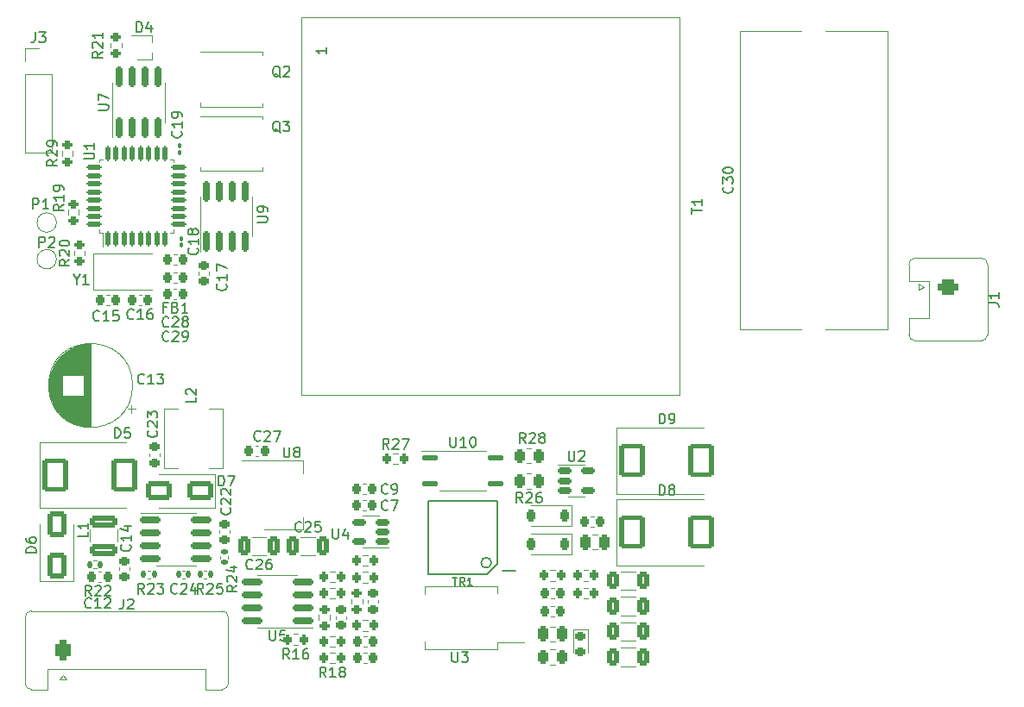
<source format=gbr>
%TF.GenerationSoftware,KiCad,Pcbnew,8.0.5*%
%TF.CreationDate,2024-10-09T02:25:36+03:00*%
%TF.ProjectId,DC-CDI,44432d43-4449-42e6-9b69-6361645f7063,rev?*%
%TF.SameCoordinates,Original*%
%TF.FileFunction,Legend,Top*%
%TF.FilePolarity,Positive*%
%FSLAX46Y46*%
G04 Gerber Fmt 4.6, Leading zero omitted, Abs format (unit mm)*
G04 Created by KiCad (PCBNEW 8.0.5) date 2024-10-09 02:25:36*
%MOMM*%
%LPD*%
G01*
G04 APERTURE LIST*
G04 Aperture macros list*
%AMRoundRect*
0 Rectangle with rounded corners*
0 $1 Rounding radius*
0 $2 $3 $4 $5 $6 $7 $8 $9 X,Y pos of 4 corners*
0 Add a 4 corners polygon primitive as box body*
4,1,4,$2,$3,$4,$5,$6,$7,$8,$9,$2,$3,0*
0 Add four circle primitives for the rounded corners*
1,1,$1+$1,$2,$3*
1,1,$1+$1,$4,$5*
1,1,$1+$1,$6,$7*
1,1,$1+$1,$8,$9*
0 Add four rect primitives between the rounded corners*
20,1,$1+$1,$2,$3,$4,$5,0*
20,1,$1+$1,$4,$5,$6,$7,0*
20,1,$1+$1,$6,$7,$8,$9,0*
20,1,$1+$1,$8,$9,$2,$3,0*%
%AMFreePoly0*
4,1,17,2.675000,1.605000,1.875000,1.605000,1.875000,0.935000,2.675000,0.935000,2.675000,0.335000,1.875000,0.335000,1.875000,-0.335000,2.675000,-0.335000,2.675000,-0.935000,1.875000,-0.935000,1.875000,-1.605000,2.675000,-1.605000,2.675000,-2.205000,-1.875000,-2.205000,-1.875000,2.205000,2.675000,2.205000,2.675000,1.605000,2.675000,1.605000,$1*%
G04 Aperture macros list end*
%ADD10C,0.150000*%
%ADD11C,0.120000*%
%ADD12R,1.700000X1.700000*%
%ADD13O,1.700000X1.700000*%
%ADD14RoundRect,0.225000X0.225000X0.250000X-0.225000X0.250000X-0.225000X-0.250000X0.225000X-0.250000X0*%
%ADD15RoundRect,0.135000X0.185000X-0.135000X0.185000X0.135000X-0.185000X0.135000X-0.185000X-0.135000X0*%
%ADD16RoundRect,0.150000X0.150000X-0.825000X0.150000X0.825000X-0.150000X0.825000X-0.150000X-0.825000X0*%
%ADD17RoundRect,0.225000X-0.225000X-0.250000X0.225000X-0.250000X0.225000X0.250000X-0.225000X0.250000X0*%
%ADD18RoundRect,0.250000X-0.250000X-0.475000X0.250000X-0.475000X0.250000X0.475000X-0.250000X0.475000X0*%
%ADD19RoundRect,0.200000X-0.200000X-0.275000X0.200000X-0.275000X0.200000X0.275000X-0.200000X0.275000X0*%
%ADD20R,1.600000X1.600000*%
%ADD21C,1.600000*%
%ADD22C,2.500000*%
%ADD23RoundRect,0.200000X0.200000X0.275000X-0.200000X0.275000X-0.200000X-0.275000X0.200000X-0.275000X0*%
%ADD24RoundRect,0.225000X-0.250000X0.225000X-0.250000X-0.225000X0.250000X-0.225000X0.250000X0.225000X0*%
%ADD25RoundRect,0.250000X1.075000X-0.375000X1.075000X0.375000X-1.075000X0.375000X-1.075000X-0.375000X0*%
%ADD26RoundRect,0.150000X0.512500X0.150000X-0.512500X0.150000X-0.512500X-0.150000X0.512500X-0.150000X0*%
%ADD27C,1.500000*%
%ADD28RoundRect,0.250000X0.262500X0.450000X-0.262500X0.450000X-0.262500X-0.450000X0.262500X-0.450000X0*%
%ADD29RoundRect,0.250000X0.325000X0.650000X-0.325000X0.650000X-0.325000X-0.650000X0.325000X-0.650000X0*%
%ADD30RoundRect,0.375000X-0.375000X-0.625000X0.375000X-0.625000X0.375000X0.625000X-0.375000X0.625000X0*%
%ADD31O,1.500000X2.000000*%
%ADD32RoundRect,0.150000X-0.512500X-0.150000X0.512500X-0.150000X0.512500X0.150000X-0.512500X0.150000X0*%
%ADD33RoundRect,0.375000X-0.625000X0.375000X-0.625000X-0.375000X0.625000X-0.375000X0.625000X0.375000X0*%
%ADD34O,2.000000X1.500000*%
%ADD35RoundRect,0.140000X-0.140000X-0.170000X0.140000X-0.170000X0.140000X0.170000X-0.140000X0.170000X0*%
%ADD36RoundRect,0.100000X0.100000X-0.130000X0.100000X0.130000X-0.100000X0.130000X-0.100000X-0.130000X0*%
%ADD37RoundRect,0.200000X0.275000X-0.200000X0.275000X0.200000X-0.275000X0.200000X-0.275000X-0.200000X0*%
%ADD38RoundRect,0.250000X-0.312500X-0.625000X0.312500X-0.625000X0.312500X0.625000X-0.312500X0.625000X0*%
%ADD39R,2.000000X1.500000*%
%ADD40R,2.000000X3.800000*%
%ADD41RoundRect,0.250000X1.000000X0.650000X-1.000000X0.650000X-1.000000X-0.650000X1.000000X-0.650000X0*%
%ADD42RoundRect,0.135000X-0.135000X-0.185000X0.135000X-0.185000X0.135000X0.185000X-0.135000X0.185000X0*%
%ADD43RoundRect,0.125000X0.125000X-0.625000X0.125000X0.625000X-0.125000X0.625000X-0.125000X-0.625000X0*%
%ADD44RoundRect,0.125000X0.625000X-0.125000X0.625000X0.125000X-0.625000X0.125000X-0.625000X-0.125000X0*%
%ADD45RoundRect,0.250000X-0.325000X-0.650000X0.325000X-0.650000X0.325000X0.650000X-0.325000X0.650000X0*%
%ADD46R,2.000000X2.400000*%
%ADD47RoundRect,0.250000X1.000000X-1.400000X1.000000X1.400000X-1.000000X1.400000X-1.000000X-1.400000X0*%
%ADD48RoundRect,0.150000X0.825000X0.150000X-0.825000X0.150000X-0.825000X-0.150000X0.825000X-0.150000X0*%
%ADD49RoundRect,0.137500X-0.662500X-0.137500X0.662500X-0.137500X0.662500X0.137500X-0.662500X0.137500X0*%
%ADD50FreePoly0,0.000000*%
%ADD51R,0.850000X0.500000*%
%ADD52RoundRect,0.225000X0.250000X-0.225000X0.250000X0.225000X-0.250000X0.225000X-0.250000X-0.225000X0*%
%ADD53C,2.400000*%
%ADD54RoundRect,0.225000X0.225000X0.375000X-0.225000X0.375000X-0.225000X-0.375000X0.225000X-0.375000X0*%
%ADD55RoundRect,0.150000X-0.825000X-0.150000X0.825000X-0.150000X0.825000X0.150000X-0.825000X0.150000X0*%
%ADD56R,2.290000X3.000000*%
%ADD57RoundRect,0.250000X0.650000X-1.000000X0.650000X1.000000X-0.650000X1.000000X-0.650000X-1.000000X0*%
%ADD58RoundRect,0.218750X-0.256250X0.218750X-0.256250X-0.218750X0.256250X-0.218750X0.256250X0.218750X0*%
%ADD59RoundRect,0.218750X0.218750X0.256250X-0.218750X0.256250X-0.218750X-0.256250X0.218750X-0.256250X0*%
%ADD60R,1.905000X0.640000*%
%ADD61R,1.300000X1.100000*%
%ADD62RoundRect,0.200000X-0.275000X0.200000X-0.275000X-0.200000X0.275000X-0.200000X0.275000X0.200000X0*%
%ADD63RoundRect,0.100000X-0.100000X0.130000X-0.100000X-0.130000X0.100000X-0.130000X0.100000X0.130000X0*%
%ADD64R,2.500000X1.900000*%
%ADD65R,0.700000X0.450000*%
%ADD66O,3.600000X3.600000*%
%ADD67R,2.500000X4.500000*%
%ADD68O,2.500000X4.500000*%
G04 APERTURE END LIST*
D10*
X135266666Y-66104819D02*
X135266666Y-66819104D01*
X135266666Y-66819104D02*
X135219047Y-66961961D01*
X135219047Y-66961961D02*
X135123809Y-67057200D01*
X135123809Y-67057200D02*
X134980952Y-67104819D01*
X134980952Y-67104819D02*
X134885714Y-67104819D01*
X135647619Y-66104819D02*
X136266666Y-66104819D01*
X136266666Y-66104819D02*
X135933333Y-66485771D01*
X135933333Y-66485771D02*
X136076190Y-66485771D01*
X136076190Y-66485771D02*
X136171428Y-66533390D01*
X136171428Y-66533390D02*
X136219047Y-66581009D01*
X136219047Y-66581009D02*
X136266666Y-66676247D01*
X136266666Y-66676247D02*
X136266666Y-66914342D01*
X136266666Y-66914342D02*
X136219047Y-67009580D01*
X136219047Y-67009580D02*
X136171428Y-67057200D01*
X136171428Y-67057200D02*
X136076190Y-67104819D01*
X136076190Y-67104819D02*
X135790476Y-67104819D01*
X135790476Y-67104819D02*
X135695238Y-67057200D01*
X135695238Y-67057200D02*
X135647619Y-67009580D01*
X155054819Y-120442857D02*
X154578628Y-120776190D01*
X155054819Y-121014285D02*
X154054819Y-121014285D01*
X154054819Y-121014285D02*
X154054819Y-120633333D01*
X154054819Y-120633333D02*
X154102438Y-120538095D01*
X154102438Y-120538095D02*
X154150057Y-120490476D01*
X154150057Y-120490476D02*
X154245295Y-120442857D01*
X154245295Y-120442857D02*
X154388152Y-120442857D01*
X154388152Y-120442857D02*
X154483390Y-120490476D01*
X154483390Y-120490476D02*
X154531009Y-120538095D01*
X154531009Y-120538095D02*
X154578628Y-120633333D01*
X154578628Y-120633333D02*
X154578628Y-121014285D01*
X154150057Y-120061904D02*
X154102438Y-120014285D01*
X154102438Y-120014285D02*
X154054819Y-119919047D01*
X154054819Y-119919047D02*
X154054819Y-119680952D01*
X154054819Y-119680952D02*
X154102438Y-119585714D01*
X154102438Y-119585714D02*
X154150057Y-119538095D01*
X154150057Y-119538095D02*
X154245295Y-119490476D01*
X154245295Y-119490476D02*
X154340533Y-119490476D01*
X154340533Y-119490476D02*
X154483390Y-119538095D01*
X154483390Y-119538095D02*
X155054819Y-120109523D01*
X155054819Y-120109523D02*
X155054819Y-119490476D01*
X154388152Y-118633333D02*
X155054819Y-118633333D01*
X154007200Y-118871428D02*
X154721485Y-119109523D01*
X154721485Y-119109523D02*
X154721485Y-118490476D01*
X157054819Y-84761904D02*
X157864342Y-84761904D01*
X157864342Y-84761904D02*
X157959580Y-84714285D01*
X157959580Y-84714285D02*
X158007200Y-84666666D01*
X158007200Y-84666666D02*
X158054819Y-84571428D01*
X158054819Y-84571428D02*
X158054819Y-84380952D01*
X158054819Y-84380952D02*
X158007200Y-84285714D01*
X158007200Y-84285714D02*
X157959580Y-84238095D01*
X157959580Y-84238095D02*
X157864342Y-84190476D01*
X157864342Y-84190476D02*
X157054819Y-84190476D01*
X158054819Y-83666666D02*
X158054819Y-83476190D01*
X158054819Y-83476190D02*
X158007200Y-83380952D01*
X158007200Y-83380952D02*
X157959580Y-83333333D01*
X157959580Y-83333333D02*
X157816723Y-83238095D01*
X157816723Y-83238095D02*
X157626247Y-83190476D01*
X157626247Y-83190476D02*
X157245295Y-83190476D01*
X157245295Y-83190476D02*
X157150057Y-83238095D01*
X157150057Y-83238095D02*
X157102438Y-83285714D01*
X157102438Y-83285714D02*
X157054819Y-83380952D01*
X157054819Y-83380952D02*
X157054819Y-83571428D01*
X157054819Y-83571428D02*
X157102438Y-83666666D01*
X157102438Y-83666666D02*
X157150057Y-83714285D01*
X157150057Y-83714285D02*
X157245295Y-83761904D01*
X157245295Y-83761904D02*
X157483390Y-83761904D01*
X157483390Y-83761904D02*
X157578628Y-83714285D01*
X157578628Y-83714285D02*
X157626247Y-83666666D01*
X157626247Y-83666666D02*
X157673866Y-83571428D01*
X157673866Y-83571428D02*
X157673866Y-83380952D01*
X157673866Y-83380952D02*
X157626247Y-83285714D01*
X157626247Y-83285714D02*
X157578628Y-83238095D01*
X157578628Y-83238095D02*
X157483390Y-83190476D01*
X148357142Y-94959580D02*
X148309523Y-95007200D01*
X148309523Y-95007200D02*
X148166666Y-95054819D01*
X148166666Y-95054819D02*
X148071428Y-95054819D01*
X148071428Y-95054819D02*
X147928571Y-95007200D01*
X147928571Y-95007200D02*
X147833333Y-94911961D01*
X147833333Y-94911961D02*
X147785714Y-94816723D01*
X147785714Y-94816723D02*
X147738095Y-94626247D01*
X147738095Y-94626247D02*
X147738095Y-94483390D01*
X147738095Y-94483390D02*
X147785714Y-94292914D01*
X147785714Y-94292914D02*
X147833333Y-94197676D01*
X147833333Y-94197676D02*
X147928571Y-94102438D01*
X147928571Y-94102438D02*
X148071428Y-94054819D01*
X148071428Y-94054819D02*
X148166666Y-94054819D01*
X148166666Y-94054819D02*
X148309523Y-94102438D01*
X148309523Y-94102438D02*
X148357142Y-94150057D01*
X148738095Y-94150057D02*
X148785714Y-94102438D01*
X148785714Y-94102438D02*
X148880952Y-94054819D01*
X148880952Y-94054819D02*
X149119047Y-94054819D01*
X149119047Y-94054819D02*
X149214285Y-94102438D01*
X149214285Y-94102438D02*
X149261904Y-94150057D01*
X149261904Y-94150057D02*
X149309523Y-94245295D01*
X149309523Y-94245295D02*
X149309523Y-94340533D01*
X149309523Y-94340533D02*
X149261904Y-94483390D01*
X149261904Y-94483390D02*
X148690476Y-95054819D01*
X148690476Y-95054819D02*
X149309523Y-95054819D01*
X149880952Y-94483390D02*
X149785714Y-94435771D01*
X149785714Y-94435771D02*
X149738095Y-94388152D01*
X149738095Y-94388152D02*
X149690476Y-94292914D01*
X149690476Y-94292914D02*
X149690476Y-94245295D01*
X149690476Y-94245295D02*
X149738095Y-94150057D01*
X149738095Y-94150057D02*
X149785714Y-94102438D01*
X149785714Y-94102438D02*
X149880952Y-94054819D01*
X149880952Y-94054819D02*
X150071428Y-94054819D01*
X150071428Y-94054819D02*
X150166666Y-94102438D01*
X150166666Y-94102438D02*
X150214285Y-94150057D01*
X150214285Y-94150057D02*
X150261904Y-94245295D01*
X150261904Y-94245295D02*
X150261904Y-94292914D01*
X150261904Y-94292914D02*
X150214285Y-94388152D01*
X150214285Y-94388152D02*
X150166666Y-94435771D01*
X150166666Y-94435771D02*
X150071428Y-94483390D01*
X150071428Y-94483390D02*
X149880952Y-94483390D01*
X149880952Y-94483390D02*
X149785714Y-94531009D01*
X149785714Y-94531009D02*
X149738095Y-94578628D01*
X149738095Y-94578628D02*
X149690476Y-94673866D01*
X149690476Y-94673866D02*
X149690476Y-94864342D01*
X149690476Y-94864342D02*
X149738095Y-94959580D01*
X149738095Y-94959580D02*
X149785714Y-95007200D01*
X149785714Y-95007200D02*
X149880952Y-95054819D01*
X149880952Y-95054819D02*
X150071428Y-95054819D01*
X150071428Y-95054819D02*
X150166666Y-95007200D01*
X150166666Y-95007200D02*
X150214285Y-94959580D01*
X150214285Y-94959580D02*
X150261904Y-94864342D01*
X150261904Y-94864342D02*
X150261904Y-94673866D01*
X150261904Y-94673866D02*
X150214285Y-94578628D01*
X150214285Y-94578628D02*
X150166666Y-94531009D01*
X150166666Y-94531009D02*
X150071428Y-94483390D01*
X145957142Y-100559580D02*
X145909523Y-100607200D01*
X145909523Y-100607200D02*
X145766666Y-100654819D01*
X145766666Y-100654819D02*
X145671428Y-100654819D01*
X145671428Y-100654819D02*
X145528571Y-100607200D01*
X145528571Y-100607200D02*
X145433333Y-100511961D01*
X145433333Y-100511961D02*
X145385714Y-100416723D01*
X145385714Y-100416723D02*
X145338095Y-100226247D01*
X145338095Y-100226247D02*
X145338095Y-100083390D01*
X145338095Y-100083390D02*
X145385714Y-99892914D01*
X145385714Y-99892914D02*
X145433333Y-99797676D01*
X145433333Y-99797676D02*
X145528571Y-99702438D01*
X145528571Y-99702438D02*
X145671428Y-99654819D01*
X145671428Y-99654819D02*
X145766666Y-99654819D01*
X145766666Y-99654819D02*
X145909523Y-99702438D01*
X145909523Y-99702438D02*
X145957142Y-99750057D01*
X146909523Y-100654819D02*
X146338095Y-100654819D01*
X146623809Y-100654819D02*
X146623809Y-99654819D01*
X146623809Y-99654819D02*
X146528571Y-99797676D01*
X146528571Y-99797676D02*
X146433333Y-99892914D01*
X146433333Y-99892914D02*
X146338095Y-99940533D01*
X147242857Y-99654819D02*
X147861904Y-99654819D01*
X147861904Y-99654819D02*
X147528571Y-100035771D01*
X147528571Y-100035771D02*
X147671428Y-100035771D01*
X147671428Y-100035771D02*
X147766666Y-100083390D01*
X147766666Y-100083390D02*
X147814285Y-100131009D01*
X147814285Y-100131009D02*
X147861904Y-100226247D01*
X147861904Y-100226247D02*
X147861904Y-100464342D01*
X147861904Y-100464342D02*
X147814285Y-100559580D01*
X147814285Y-100559580D02*
X147766666Y-100607200D01*
X147766666Y-100607200D02*
X147671428Y-100654819D01*
X147671428Y-100654819D02*
X147385714Y-100654819D01*
X147385714Y-100654819D02*
X147290476Y-100607200D01*
X147290476Y-100607200D02*
X147242857Y-100559580D01*
X148357142Y-96359580D02*
X148309523Y-96407200D01*
X148309523Y-96407200D02*
X148166666Y-96454819D01*
X148166666Y-96454819D02*
X148071428Y-96454819D01*
X148071428Y-96454819D02*
X147928571Y-96407200D01*
X147928571Y-96407200D02*
X147833333Y-96311961D01*
X147833333Y-96311961D02*
X147785714Y-96216723D01*
X147785714Y-96216723D02*
X147738095Y-96026247D01*
X147738095Y-96026247D02*
X147738095Y-95883390D01*
X147738095Y-95883390D02*
X147785714Y-95692914D01*
X147785714Y-95692914D02*
X147833333Y-95597676D01*
X147833333Y-95597676D02*
X147928571Y-95502438D01*
X147928571Y-95502438D02*
X148071428Y-95454819D01*
X148071428Y-95454819D02*
X148166666Y-95454819D01*
X148166666Y-95454819D02*
X148309523Y-95502438D01*
X148309523Y-95502438D02*
X148357142Y-95550057D01*
X148738095Y-95550057D02*
X148785714Y-95502438D01*
X148785714Y-95502438D02*
X148880952Y-95454819D01*
X148880952Y-95454819D02*
X149119047Y-95454819D01*
X149119047Y-95454819D02*
X149214285Y-95502438D01*
X149214285Y-95502438D02*
X149261904Y-95550057D01*
X149261904Y-95550057D02*
X149309523Y-95645295D01*
X149309523Y-95645295D02*
X149309523Y-95740533D01*
X149309523Y-95740533D02*
X149261904Y-95883390D01*
X149261904Y-95883390D02*
X148690476Y-96454819D01*
X148690476Y-96454819D02*
X149309523Y-96454819D01*
X149785714Y-96454819D02*
X149976190Y-96454819D01*
X149976190Y-96454819D02*
X150071428Y-96407200D01*
X150071428Y-96407200D02*
X150119047Y-96359580D01*
X150119047Y-96359580D02*
X150214285Y-96216723D01*
X150214285Y-96216723D02*
X150261904Y-96026247D01*
X150261904Y-96026247D02*
X150261904Y-95645295D01*
X150261904Y-95645295D02*
X150214285Y-95550057D01*
X150214285Y-95550057D02*
X150166666Y-95502438D01*
X150166666Y-95502438D02*
X150071428Y-95454819D01*
X150071428Y-95454819D02*
X149880952Y-95454819D01*
X149880952Y-95454819D02*
X149785714Y-95502438D01*
X149785714Y-95502438D02*
X149738095Y-95550057D01*
X149738095Y-95550057D02*
X149690476Y-95645295D01*
X149690476Y-95645295D02*
X149690476Y-95883390D01*
X149690476Y-95883390D02*
X149738095Y-95978628D01*
X149738095Y-95978628D02*
X149785714Y-96026247D01*
X149785714Y-96026247D02*
X149880952Y-96073866D01*
X149880952Y-96073866D02*
X150071428Y-96073866D01*
X150071428Y-96073866D02*
X150166666Y-96026247D01*
X150166666Y-96026247D02*
X150214285Y-95978628D01*
X150214285Y-95978628D02*
X150261904Y-95883390D01*
X199674819Y-83921904D02*
X199674819Y-83350476D01*
X200674819Y-83636190D02*
X199674819Y-83636190D01*
X200674819Y-82493333D02*
X200674819Y-83064761D01*
X200674819Y-82779047D02*
X199674819Y-82779047D01*
X199674819Y-82779047D02*
X199817676Y-82874285D01*
X199817676Y-82874285D02*
X199912914Y-82969523D01*
X199912914Y-82969523D02*
X199960533Y-83064761D01*
X163844819Y-67634285D02*
X163844819Y-68205713D01*
X163844819Y-67919999D02*
X162844819Y-67919999D01*
X162844819Y-67919999D02*
X162987676Y-68015237D01*
X162987676Y-68015237D02*
X163082914Y-68110475D01*
X163082914Y-68110475D02*
X163130533Y-68205713D01*
X163779642Y-129449819D02*
X163446309Y-128973628D01*
X163208214Y-129449819D02*
X163208214Y-128449819D01*
X163208214Y-128449819D02*
X163589166Y-128449819D01*
X163589166Y-128449819D02*
X163684404Y-128497438D01*
X163684404Y-128497438D02*
X163732023Y-128545057D01*
X163732023Y-128545057D02*
X163779642Y-128640295D01*
X163779642Y-128640295D02*
X163779642Y-128783152D01*
X163779642Y-128783152D02*
X163732023Y-128878390D01*
X163732023Y-128878390D02*
X163684404Y-128926009D01*
X163684404Y-128926009D02*
X163589166Y-128973628D01*
X163589166Y-128973628D02*
X163208214Y-128973628D01*
X164732023Y-129449819D02*
X164160595Y-129449819D01*
X164446309Y-129449819D02*
X164446309Y-128449819D01*
X164446309Y-128449819D02*
X164351071Y-128592676D01*
X164351071Y-128592676D02*
X164255833Y-128687914D01*
X164255833Y-128687914D02*
X164160595Y-128735533D01*
X165303452Y-128878390D02*
X165208214Y-128830771D01*
X165208214Y-128830771D02*
X165160595Y-128783152D01*
X165160595Y-128783152D02*
X165112976Y-128687914D01*
X165112976Y-128687914D02*
X165112976Y-128640295D01*
X165112976Y-128640295D02*
X165160595Y-128545057D01*
X165160595Y-128545057D02*
X165208214Y-128497438D01*
X165208214Y-128497438D02*
X165303452Y-128449819D01*
X165303452Y-128449819D02*
X165493928Y-128449819D01*
X165493928Y-128449819D02*
X165589166Y-128497438D01*
X165589166Y-128497438D02*
X165636785Y-128545057D01*
X165636785Y-128545057D02*
X165684404Y-128640295D01*
X165684404Y-128640295D02*
X165684404Y-128687914D01*
X165684404Y-128687914D02*
X165636785Y-128783152D01*
X165636785Y-128783152D02*
X165589166Y-128830771D01*
X165589166Y-128830771D02*
X165493928Y-128878390D01*
X165493928Y-128878390D02*
X165303452Y-128878390D01*
X165303452Y-128878390D02*
X165208214Y-128926009D01*
X165208214Y-128926009D02*
X165160595Y-128973628D01*
X165160595Y-128973628D02*
X165112976Y-129068866D01*
X165112976Y-129068866D02*
X165112976Y-129259342D01*
X165112976Y-129259342D02*
X165160595Y-129354580D01*
X165160595Y-129354580D02*
X165208214Y-129402200D01*
X165208214Y-129402200D02*
X165303452Y-129449819D01*
X165303452Y-129449819D02*
X165493928Y-129449819D01*
X165493928Y-129449819D02*
X165589166Y-129402200D01*
X165589166Y-129402200D02*
X165636785Y-129354580D01*
X165636785Y-129354580D02*
X165684404Y-129259342D01*
X165684404Y-129259342D02*
X165684404Y-129068866D01*
X165684404Y-129068866D02*
X165636785Y-128973628D01*
X165636785Y-128973628D02*
X165589166Y-128926009D01*
X165589166Y-128926009D02*
X165493928Y-128878390D01*
X144559580Y-116442857D02*
X144607200Y-116490476D01*
X144607200Y-116490476D02*
X144654819Y-116633333D01*
X144654819Y-116633333D02*
X144654819Y-116728571D01*
X144654819Y-116728571D02*
X144607200Y-116871428D01*
X144607200Y-116871428D02*
X144511961Y-116966666D01*
X144511961Y-116966666D02*
X144416723Y-117014285D01*
X144416723Y-117014285D02*
X144226247Y-117061904D01*
X144226247Y-117061904D02*
X144083390Y-117061904D01*
X144083390Y-117061904D02*
X143892914Y-117014285D01*
X143892914Y-117014285D02*
X143797676Y-116966666D01*
X143797676Y-116966666D02*
X143702438Y-116871428D01*
X143702438Y-116871428D02*
X143654819Y-116728571D01*
X143654819Y-116728571D02*
X143654819Y-116633333D01*
X143654819Y-116633333D02*
X143702438Y-116490476D01*
X143702438Y-116490476D02*
X143750057Y-116442857D01*
X144654819Y-115490476D02*
X144654819Y-116061904D01*
X144654819Y-115776190D02*
X143654819Y-115776190D01*
X143654819Y-115776190D02*
X143797676Y-115871428D01*
X143797676Y-115871428D02*
X143892914Y-115966666D01*
X143892914Y-115966666D02*
X143940533Y-116061904D01*
X143988152Y-114633333D02*
X144654819Y-114633333D01*
X143607200Y-114871428D02*
X144321485Y-115109523D01*
X144321485Y-115109523D02*
X144321485Y-114490476D01*
X140454819Y-115166666D02*
X140454819Y-115642856D01*
X140454819Y-115642856D02*
X139454819Y-115642856D01*
X140454819Y-114309523D02*
X140454819Y-114880951D01*
X140454819Y-114595237D02*
X139454819Y-114595237D01*
X139454819Y-114595237D02*
X139597676Y-114690475D01*
X139597676Y-114690475D02*
X139692914Y-114785713D01*
X139692914Y-114785713D02*
X139740533Y-114880951D01*
X164438095Y-114854819D02*
X164438095Y-115664342D01*
X164438095Y-115664342D02*
X164485714Y-115759580D01*
X164485714Y-115759580D02*
X164533333Y-115807200D01*
X164533333Y-115807200D02*
X164628571Y-115854819D01*
X164628571Y-115854819D02*
X164819047Y-115854819D01*
X164819047Y-115854819D02*
X164914285Y-115807200D01*
X164914285Y-115807200D02*
X164961904Y-115759580D01*
X164961904Y-115759580D02*
X165009523Y-115664342D01*
X165009523Y-115664342D02*
X165009523Y-114854819D01*
X165914285Y-115188152D02*
X165914285Y-115854819D01*
X165676190Y-114807200D02*
X165438095Y-115521485D01*
X165438095Y-115521485D02*
X166057142Y-115521485D01*
X135061905Y-83454819D02*
X135061905Y-82454819D01*
X135061905Y-82454819D02*
X135442857Y-82454819D01*
X135442857Y-82454819D02*
X135538095Y-82502438D01*
X135538095Y-82502438D02*
X135585714Y-82550057D01*
X135585714Y-82550057D02*
X135633333Y-82645295D01*
X135633333Y-82645295D02*
X135633333Y-82788152D01*
X135633333Y-82788152D02*
X135585714Y-82883390D01*
X135585714Y-82883390D02*
X135538095Y-82931009D01*
X135538095Y-82931009D02*
X135442857Y-82978628D01*
X135442857Y-82978628D02*
X135061905Y-82978628D01*
X136585714Y-83454819D02*
X136014286Y-83454819D01*
X136300000Y-83454819D02*
X136300000Y-82454819D01*
X136300000Y-82454819D02*
X136204762Y-82597676D01*
X136204762Y-82597676D02*
X136109524Y-82692914D01*
X136109524Y-82692914D02*
X136014286Y-82740533D01*
X183357142Y-106454819D02*
X183023809Y-105978628D01*
X182785714Y-106454819D02*
X182785714Y-105454819D01*
X182785714Y-105454819D02*
X183166666Y-105454819D01*
X183166666Y-105454819D02*
X183261904Y-105502438D01*
X183261904Y-105502438D02*
X183309523Y-105550057D01*
X183309523Y-105550057D02*
X183357142Y-105645295D01*
X183357142Y-105645295D02*
X183357142Y-105788152D01*
X183357142Y-105788152D02*
X183309523Y-105883390D01*
X183309523Y-105883390D02*
X183261904Y-105931009D01*
X183261904Y-105931009D02*
X183166666Y-105978628D01*
X183166666Y-105978628D02*
X182785714Y-105978628D01*
X183738095Y-105550057D02*
X183785714Y-105502438D01*
X183785714Y-105502438D02*
X183880952Y-105454819D01*
X183880952Y-105454819D02*
X184119047Y-105454819D01*
X184119047Y-105454819D02*
X184214285Y-105502438D01*
X184214285Y-105502438D02*
X184261904Y-105550057D01*
X184261904Y-105550057D02*
X184309523Y-105645295D01*
X184309523Y-105645295D02*
X184309523Y-105740533D01*
X184309523Y-105740533D02*
X184261904Y-105883390D01*
X184261904Y-105883390D02*
X183690476Y-106454819D01*
X183690476Y-106454819D02*
X184309523Y-106454819D01*
X184880952Y-105883390D02*
X184785714Y-105835771D01*
X184785714Y-105835771D02*
X184738095Y-105788152D01*
X184738095Y-105788152D02*
X184690476Y-105692914D01*
X184690476Y-105692914D02*
X184690476Y-105645295D01*
X184690476Y-105645295D02*
X184738095Y-105550057D01*
X184738095Y-105550057D02*
X184785714Y-105502438D01*
X184785714Y-105502438D02*
X184880952Y-105454819D01*
X184880952Y-105454819D02*
X185071428Y-105454819D01*
X185071428Y-105454819D02*
X185166666Y-105502438D01*
X185166666Y-105502438D02*
X185214285Y-105550057D01*
X185214285Y-105550057D02*
X185261904Y-105645295D01*
X185261904Y-105645295D02*
X185261904Y-105692914D01*
X185261904Y-105692914D02*
X185214285Y-105788152D01*
X185214285Y-105788152D02*
X185166666Y-105835771D01*
X185166666Y-105835771D02*
X185071428Y-105883390D01*
X185071428Y-105883390D02*
X184880952Y-105883390D01*
X184880952Y-105883390D02*
X184785714Y-105931009D01*
X184785714Y-105931009D02*
X184738095Y-105978628D01*
X184738095Y-105978628D02*
X184690476Y-106073866D01*
X184690476Y-106073866D02*
X184690476Y-106264342D01*
X184690476Y-106264342D02*
X184738095Y-106359580D01*
X184738095Y-106359580D02*
X184785714Y-106407200D01*
X184785714Y-106407200D02*
X184880952Y-106454819D01*
X184880952Y-106454819D02*
X185071428Y-106454819D01*
X185071428Y-106454819D02*
X185166666Y-106407200D01*
X185166666Y-106407200D02*
X185214285Y-106359580D01*
X185214285Y-106359580D02*
X185261904Y-106264342D01*
X185261904Y-106264342D02*
X185261904Y-106073866D01*
X185261904Y-106073866D02*
X185214285Y-105978628D01*
X185214285Y-105978628D02*
X185166666Y-105931009D01*
X185166666Y-105931009D02*
X185071428Y-105883390D01*
X135661905Y-87206819D02*
X135661905Y-86206819D01*
X135661905Y-86206819D02*
X136042857Y-86206819D01*
X136042857Y-86206819D02*
X136138095Y-86254438D01*
X136138095Y-86254438D02*
X136185714Y-86302057D01*
X136185714Y-86302057D02*
X136233333Y-86397295D01*
X136233333Y-86397295D02*
X136233333Y-86540152D01*
X136233333Y-86540152D02*
X136185714Y-86635390D01*
X136185714Y-86635390D02*
X136138095Y-86683009D01*
X136138095Y-86683009D02*
X136042857Y-86730628D01*
X136042857Y-86730628D02*
X135661905Y-86730628D01*
X136614286Y-86302057D02*
X136661905Y-86254438D01*
X136661905Y-86254438D02*
X136757143Y-86206819D01*
X136757143Y-86206819D02*
X136995238Y-86206819D01*
X136995238Y-86206819D02*
X137090476Y-86254438D01*
X137090476Y-86254438D02*
X137138095Y-86302057D01*
X137138095Y-86302057D02*
X137185714Y-86397295D01*
X137185714Y-86397295D02*
X137185714Y-86492533D01*
X137185714Y-86492533D02*
X137138095Y-86635390D01*
X137138095Y-86635390D02*
X136566667Y-87206819D01*
X136566667Y-87206819D02*
X137185714Y-87206819D01*
X156579642Y-118774580D02*
X156532023Y-118822200D01*
X156532023Y-118822200D02*
X156389166Y-118869819D01*
X156389166Y-118869819D02*
X156293928Y-118869819D01*
X156293928Y-118869819D02*
X156151071Y-118822200D01*
X156151071Y-118822200D02*
X156055833Y-118726961D01*
X156055833Y-118726961D02*
X156008214Y-118631723D01*
X156008214Y-118631723D02*
X155960595Y-118441247D01*
X155960595Y-118441247D02*
X155960595Y-118298390D01*
X155960595Y-118298390D02*
X156008214Y-118107914D01*
X156008214Y-118107914D02*
X156055833Y-118012676D01*
X156055833Y-118012676D02*
X156151071Y-117917438D01*
X156151071Y-117917438D02*
X156293928Y-117869819D01*
X156293928Y-117869819D02*
X156389166Y-117869819D01*
X156389166Y-117869819D02*
X156532023Y-117917438D01*
X156532023Y-117917438D02*
X156579642Y-117965057D01*
X156960595Y-117965057D02*
X157008214Y-117917438D01*
X157008214Y-117917438D02*
X157103452Y-117869819D01*
X157103452Y-117869819D02*
X157341547Y-117869819D01*
X157341547Y-117869819D02*
X157436785Y-117917438D01*
X157436785Y-117917438D02*
X157484404Y-117965057D01*
X157484404Y-117965057D02*
X157532023Y-118060295D01*
X157532023Y-118060295D02*
X157532023Y-118155533D01*
X157532023Y-118155533D02*
X157484404Y-118298390D01*
X157484404Y-118298390D02*
X156912976Y-118869819D01*
X156912976Y-118869819D02*
X157532023Y-118869819D01*
X158389166Y-117869819D02*
X158198690Y-117869819D01*
X158198690Y-117869819D02*
X158103452Y-117917438D01*
X158103452Y-117917438D02*
X158055833Y-117965057D01*
X158055833Y-117965057D02*
X157960595Y-118107914D01*
X157960595Y-118107914D02*
X157912976Y-118298390D01*
X157912976Y-118298390D02*
X157912976Y-118679342D01*
X157912976Y-118679342D02*
X157960595Y-118774580D01*
X157960595Y-118774580D02*
X158008214Y-118822200D01*
X158008214Y-118822200D02*
X158103452Y-118869819D01*
X158103452Y-118869819D02*
X158293928Y-118869819D01*
X158293928Y-118869819D02*
X158389166Y-118822200D01*
X158389166Y-118822200D02*
X158436785Y-118774580D01*
X158436785Y-118774580D02*
X158484404Y-118679342D01*
X158484404Y-118679342D02*
X158484404Y-118441247D01*
X158484404Y-118441247D02*
X158436785Y-118346009D01*
X158436785Y-118346009D02*
X158389166Y-118298390D01*
X158389166Y-118298390D02*
X158293928Y-118250771D01*
X158293928Y-118250771D02*
X158103452Y-118250771D01*
X158103452Y-118250771D02*
X158008214Y-118298390D01*
X158008214Y-118298390D02*
X157960595Y-118346009D01*
X157960595Y-118346009D02*
X157912976Y-118441247D01*
X143916666Y-121754819D02*
X143916666Y-122469104D01*
X143916666Y-122469104D02*
X143869047Y-122611961D01*
X143869047Y-122611961D02*
X143773809Y-122707200D01*
X143773809Y-122707200D02*
X143630952Y-122754819D01*
X143630952Y-122754819D02*
X143535714Y-122754819D01*
X144345238Y-121850057D02*
X144392857Y-121802438D01*
X144392857Y-121802438D02*
X144488095Y-121754819D01*
X144488095Y-121754819D02*
X144726190Y-121754819D01*
X144726190Y-121754819D02*
X144821428Y-121802438D01*
X144821428Y-121802438D02*
X144869047Y-121850057D01*
X144869047Y-121850057D02*
X144916666Y-121945295D01*
X144916666Y-121945295D02*
X144916666Y-122040533D01*
X144916666Y-122040533D02*
X144869047Y-122183390D01*
X144869047Y-122183390D02*
X144297619Y-122754819D01*
X144297619Y-122754819D02*
X144916666Y-122754819D01*
X187585595Y-107219819D02*
X187585595Y-108029342D01*
X187585595Y-108029342D02*
X187633214Y-108124580D01*
X187633214Y-108124580D02*
X187680833Y-108172200D01*
X187680833Y-108172200D02*
X187776071Y-108219819D01*
X187776071Y-108219819D02*
X187966547Y-108219819D01*
X187966547Y-108219819D02*
X188061785Y-108172200D01*
X188061785Y-108172200D02*
X188109404Y-108124580D01*
X188109404Y-108124580D02*
X188157023Y-108029342D01*
X188157023Y-108029342D02*
X188157023Y-107219819D01*
X188585595Y-107315057D02*
X188633214Y-107267438D01*
X188633214Y-107267438D02*
X188728452Y-107219819D01*
X188728452Y-107219819D02*
X188966547Y-107219819D01*
X188966547Y-107219819D02*
X189061785Y-107267438D01*
X189061785Y-107267438D02*
X189109404Y-107315057D01*
X189109404Y-107315057D02*
X189157023Y-107410295D01*
X189157023Y-107410295D02*
X189157023Y-107505533D01*
X189157023Y-107505533D02*
X189109404Y-107648390D01*
X189109404Y-107648390D02*
X188537976Y-108219819D01*
X188537976Y-108219819D02*
X189157023Y-108219819D01*
X228754819Y-92683333D02*
X229469104Y-92683333D01*
X229469104Y-92683333D02*
X229611961Y-92730952D01*
X229611961Y-92730952D02*
X229707200Y-92826190D01*
X229707200Y-92826190D02*
X229754819Y-92969047D01*
X229754819Y-92969047D02*
X229754819Y-93064285D01*
X229754819Y-91683333D02*
X229754819Y-92254761D01*
X229754819Y-91969047D02*
X228754819Y-91969047D01*
X228754819Y-91969047D02*
X228897676Y-92064285D01*
X228897676Y-92064285D02*
X228992914Y-92159523D01*
X228992914Y-92159523D02*
X229040533Y-92254761D01*
X149179642Y-121159580D02*
X149132023Y-121207200D01*
X149132023Y-121207200D02*
X148989166Y-121254819D01*
X148989166Y-121254819D02*
X148893928Y-121254819D01*
X148893928Y-121254819D02*
X148751071Y-121207200D01*
X148751071Y-121207200D02*
X148655833Y-121111961D01*
X148655833Y-121111961D02*
X148608214Y-121016723D01*
X148608214Y-121016723D02*
X148560595Y-120826247D01*
X148560595Y-120826247D02*
X148560595Y-120683390D01*
X148560595Y-120683390D02*
X148608214Y-120492914D01*
X148608214Y-120492914D02*
X148655833Y-120397676D01*
X148655833Y-120397676D02*
X148751071Y-120302438D01*
X148751071Y-120302438D02*
X148893928Y-120254819D01*
X148893928Y-120254819D02*
X148989166Y-120254819D01*
X148989166Y-120254819D02*
X149132023Y-120302438D01*
X149132023Y-120302438D02*
X149179642Y-120350057D01*
X149560595Y-120350057D02*
X149608214Y-120302438D01*
X149608214Y-120302438D02*
X149703452Y-120254819D01*
X149703452Y-120254819D02*
X149941547Y-120254819D01*
X149941547Y-120254819D02*
X150036785Y-120302438D01*
X150036785Y-120302438D02*
X150084404Y-120350057D01*
X150084404Y-120350057D02*
X150132023Y-120445295D01*
X150132023Y-120445295D02*
X150132023Y-120540533D01*
X150132023Y-120540533D02*
X150084404Y-120683390D01*
X150084404Y-120683390D02*
X149512976Y-121254819D01*
X149512976Y-121254819D02*
X150132023Y-121254819D01*
X150989166Y-120588152D02*
X150989166Y-121254819D01*
X150751071Y-120207200D02*
X150512976Y-120921485D01*
X150512976Y-120921485D02*
X151132023Y-120921485D01*
X151159580Y-87322857D02*
X151207200Y-87370476D01*
X151207200Y-87370476D02*
X151254819Y-87513333D01*
X151254819Y-87513333D02*
X151254819Y-87608571D01*
X151254819Y-87608571D02*
X151207200Y-87751428D01*
X151207200Y-87751428D02*
X151111961Y-87846666D01*
X151111961Y-87846666D02*
X151016723Y-87894285D01*
X151016723Y-87894285D02*
X150826247Y-87941904D01*
X150826247Y-87941904D02*
X150683390Y-87941904D01*
X150683390Y-87941904D02*
X150492914Y-87894285D01*
X150492914Y-87894285D02*
X150397676Y-87846666D01*
X150397676Y-87846666D02*
X150302438Y-87751428D01*
X150302438Y-87751428D02*
X150254819Y-87608571D01*
X150254819Y-87608571D02*
X150254819Y-87513333D01*
X150254819Y-87513333D02*
X150302438Y-87370476D01*
X150302438Y-87370476D02*
X150350057Y-87322857D01*
X151254819Y-86370476D02*
X151254819Y-86941904D01*
X151254819Y-86656190D02*
X150254819Y-86656190D01*
X150254819Y-86656190D02*
X150397676Y-86751428D01*
X150397676Y-86751428D02*
X150492914Y-86846666D01*
X150492914Y-86846666D02*
X150540533Y-86941904D01*
X150683390Y-85799047D02*
X150635771Y-85894285D01*
X150635771Y-85894285D02*
X150588152Y-85941904D01*
X150588152Y-85941904D02*
X150492914Y-85989523D01*
X150492914Y-85989523D02*
X150445295Y-85989523D01*
X150445295Y-85989523D02*
X150350057Y-85941904D01*
X150350057Y-85941904D02*
X150302438Y-85894285D01*
X150302438Y-85894285D02*
X150254819Y-85799047D01*
X150254819Y-85799047D02*
X150254819Y-85608571D01*
X150254819Y-85608571D02*
X150302438Y-85513333D01*
X150302438Y-85513333D02*
X150350057Y-85465714D01*
X150350057Y-85465714D02*
X150445295Y-85418095D01*
X150445295Y-85418095D02*
X150492914Y-85418095D01*
X150492914Y-85418095D02*
X150588152Y-85465714D01*
X150588152Y-85465714D02*
X150635771Y-85513333D01*
X150635771Y-85513333D02*
X150683390Y-85608571D01*
X150683390Y-85608571D02*
X150683390Y-85799047D01*
X150683390Y-85799047D02*
X150731009Y-85894285D01*
X150731009Y-85894285D02*
X150778628Y-85941904D01*
X150778628Y-85941904D02*
X150873866Y-85989523D01*
X150873866Y-85989523D02*
X151064342Y-85989523D01*
X151064342Y-85989523D02*
X151159580Y-85941904D01*
X151159580Y-85941904D02*
X151207200Y-85894285D01*
X151207200Y-85894285D02*
X151254819Y-85799047D01*
X151254819Y-85799047D02*
X151254819Y-85608571D01*
X151254819Y-85608571D02*
X151207200Y-85513333D01*
X151207200Y-85513333D02*
X151159580Y-85465714D01*
X151159580Y-85465714D02*
X151064342Y-85418095D01*
X151064342Y-85418095D02*
X150873866Y-85418095D01*
X150873866Y-85418095D02*
X150778628Y-85465714D01*
X150778628Y-85465714D02*
X150731009Y-85513333D01*
X150731009Y-85513333D02*
X150683390Y-85608571D01*
X138054819Y-83042857D02*
X137578628Y-83376190D01*
X138054819Y-83614285D02*
X137054819Y-83614285D01*
X137054819Y-83614285D02*
X137054819Y-83233333D01*
X137054819Y-83233333D02*
X137102438Y-83138095D01*
X137102438Y-83138095D02*
X137150057Y-83090476D01*
X137150057Y-83090476D02*
X137245295Y-83042857D01*
X137245295Y-83042857D02*
X137388152Y-83042857D01*
X137388152Y-83042857D02*
X137483390Y-83090476D01*
X137483390Y-83090476D02*
X137531009Y-83138095D01*
X137531009Y-83138095D02*
X137578628Y-83233333D01*
X137578628Y-83233333D02*
X137578628Y-83614285D01*
X138054819Y-82090476D02*
X138054819Y-82661904D01*
X138054819Y-82376190D02*
X137054819Y-82376190D01*
X137054819Y-82376190D02*
X137197676Y-82471428D01*
X137197676Y-82471428D02*
X137292914Y-82566666D01*
X137292914Y-82566666D02*
X137340533Y-82661904D01*
X138054819Y-81614285D02*
X138054819Y-81423809D01*
X138054819Y-81423809D02*
X138007200Y-81328571D01*
X138007200Y-81328571D02*
X137959580Y-81280952D01*
X137959580Y-81280952D02*
X137816723Y-81185714D01*
X137816723Y-81185714D02*
X137626247Y-81138095D01*
X137626247Y-81138095D02*
X137245295Y-81138095D01*
X137245295Y-81138095D02*
X137150057Y-81185714D01*
X137150057Y-81185714D02*
X137102438Y-81233333D01*
X137102438Y-81233333D02*
X137054819Y-81328571D01*
X137054819Y-81328571D02*
X137054819Y-81519047D01*
X137054819Y-81519047D02*
X137102438Y-81614285D01*
X137102438Y-81614285D02*
X137150057Y-81661904D01*
X137150057Y-81661904D02*
X137245295Y-81709523D01*
X137245295Y-81709523D02*
X137483390Y-81709523D01*
X137483390Y-81709523D02*
X137578628Y-81661904D01*
X137578628Y-81661904D02*
X137626247Y-81614285D01*
X137626247Y-81614285D02*
X137673866Y-81519047D01*
X137673866Y-81519047D02*
X137673866Y-81328571D01*
X137673866Y-81328571D02*
X137626247Y-81233333D01*
X137626247Y-81233333D02*
X137578628Y-81185714D01*
X137578628Y-81185714D02*
X137483390Y-81138095D01*
X159638095Y-106854819D02*
X159638095Y-107664342D01*
X159638095Y-107664342D02*
X159685714Y-107759580D01*
X159685714Y-107759580D02*
X159733333Y-107807200D01*
X159733333Y-107807200D02*
X159828571Y-107854819D01*
X159828571Y-107854819D02*
X160019047Y-107854819D01*
X160019047Y-107854819D02*
X160114285Y-107807200D01*
X160114285Y-107807200D02*
X160161904Y-107759580D01*
X160161904Y-107759580D02*
X160209523Y-107664342D01*
X160209523Y-107664342D02*
X160209523Y-106854819D01*
X160828571Y-107283390D02*
X160733333Y-107235771D01*
X160733333Y-107235771D02*
X160685714Y-107188152D01*
X160685714Y-107188152D02*
X160638095Y-107092914D01*
X160638095Y-107092914D02*
X160638095Y-107045295D01*
X160638095Y-107045295D02*
X160685714Y-106950057D01*
X160685714Y-106950057D02*
X160733333Y-106902438D01*
X160733333Y-106902438D02*
X160828571Y-106854819D01*
X160828571Y-106854819D02*
X161019047Y-106854819D01*
X161019047Y-106854819D02*
X161114285Y-106902438D01*
X161114285Y-106902438D02*
X161161904Y-106950057D01*
X161161904Y-106950057D02*
X161209523Y-107045295D01*
X161209523Y-107045295D02*
X161209523Y-107092914D01*
X161209523Y-107092914D02*
X161161904Y-107188152D01*
X161161904Y-107188152D02*
X161114285Y-107235771D01*
X161114285Y-107235771D02*
X161019047Y-107283390D01*
X161019047Y-107283390D02*
X160828571Y-107283390D01*
X160828571Y-107283390D02*
X160733333Y-107331009D01*
X160733333Y-107331009D02*
X160685714Y-107378628D01*
X160685714Y-107378628D02*
X160638095Y-107473866D01*
X160638095Y-107473866D02*
X160638095Y-107664342D01*
X160638095Y-107664342D02*
X160685714Y-107759580D01*
X160685714Y-107759580D02*
X160733333Y-107807200D01*
X160733333Y-107807200D02*
X160828571Y-107854819D01*
X160828571Y-107854819D02*
X161019047Y-107854819D01*
X161019047Y-107854819D02*
X161114285Y-107807200D01*
X161114285Y-107807200D02*
X161161904Y-107759580D01*
X161161904Y-107759580D02*
X161209523Y-107664342D01*
X161209523Y-107664342D02*
X161209523Y-107473866D01*
X161209523Y-107473866D02*
X161161904Y-107378628D01*
X161161904Y-107378628D02*
X161114285Y-107331009D01*
X161114285Y-107331009D02*
X161019047Y-107283390D01*
X153261905Y-110654819D02*
X153261905Y-109654819D01*
X153261905Y-109654819D02*
X153500000Y-109654819D01*
X153500000Y-109654819D02*
X153642857Y-109702438D01*
X153642857Y-109702438D02*
X153738095Y-109797676D01*
X153738095Y-109797676D02*
X153785714Y-109892914D01*
X153785714Y-109892914D02*
X153833333Y-110083390D01*
X153833333Y-110083390D02*
X153833333Y-110226247D01*
X153833333Y-110226247D02*
X153785714Y-110416723D01*
X153785714Y-110416723D02*
X153738095Y-110511961D01*
X153738095Y-110511961D02*
X153642857Y-110607200D01*
X153642857Y-110607200D02*
X153500000Y-110654819D01*
X153500000Y-110654819D02*
X153261905Y-110654819D01*
X154166667Y-109654819D02*
X154833333Y-109654819D01*
X154833333Y-109654819D02*
X154404762Y-110654819D01*
X137424819Y-78642857D02*
X136948628Y-78976190D01*
X137424819Y-79214285D02*
X136424819Y-79214285D01*
X136424819Y-79214285D02*
X136424819Y-78833333D01*
X136424819Y-78833333D02*
X136472438Y-78738095D01*
X136472438Y-78738095D02*
X136520057Y-78690476D01*
X136520057Y-78690476D02*
X136615295Y-78642857D01*
X136615295Y-78642857D02*
X136758152Y-78642857D01*
X136758152Y-78642857D02*
X136853390Y-78690476D01*
X136853390Y-78690476D02*
X136901009Y-78738095D01*
X136901009Y-78738095D02*
X136948628Y-78833333D01*
X136948628Y-78833333D02*
X136948628Y-79214285D01*
X136520057Y-78261904D02*
X136472438Y-78214285D01*
X136472438Y-78214285D02*
X136424819Y-78119047D01*
X136424819Y-78119047D02*
X136424819Y-77880952D01*
X136424819Y-77880952D02*
X136472438Y-77785714D01*
X136472438Y-77785714D02*
X136520057Y-77738095D01*
X136520057Y-77738095D02*
X136615295Y-77690476D01*
X136615295Y-77690476D02*
X136710533Y-77690476D01*
X136710533Y-77690476D02*
X136853390Y-77738095D01*
X136853390Y-77738095D02*
X137424819Y-78309523D01*
X137424819Y-78309523D02*
X137424819Y-77690476D01*
X137424819Y-77214285D02*
X137424819Y-77023809D01*
X137424819Y-77023809D02*
X137377200Y-76928571D01*
X137377200Y-76928571D02*
X137329580Y-76880952D01*
X137329580Y-76880952D02*
X137186723Y-76785714D01*
X137186723Y-76785714D02*
X136996247Y-76738095D01*
X136996247Y-76738095D02*
X136615295Y-76738095D01*
X136615295Y-76738095D02*
X136520057Y-76785714D01*
X136520057Y-76785714D02*
X136472438Y-76833333D01*
X136472438Y-76833333D02*
X136424819Y-76928571D01*
X136424819Y-76928571D02*
X136424819Y-77119047D01*
X136424819Y-77119047D02*
X136472438Y-77214285D01*
X136472438Y-77214285D02*
X136520057Y-77261904D01*
X136520057Y-77261904D02*
X136615295Y-77309523D01*
X136615295Y-77309523D02*
X136853390Y-77309523D01*
X136853390Y-77309523D02*
X136948628Y-77261904D01*
X136948628Y-77261904D02*
X136996247Y-77214285D01*
X136996247Y-77214285D02*
X137043866Y-77119047D01*
X137043866Y-77119047D02*
X137043866Y-76928571D01*
X137043866Y-76928571D02*
X136996247Y-76833333D01*
X136996247Y-76833333D02*
X136948628Y-76785714D01*
X136948628Y-76785714D02*
X136853390Y-76738095D01*
X169833333Y-111359580D02*
X169785714Y-111407200D01*
X169785714Y-111407200D02*
X169642857Y-111454819D01*
X169642857Y-111454819D02*
X169547619Y-111454819D01*
X169547619Y-111454819D02*
X169404762Y-111407200D01*
X169404762Y-111407200D02*
X169309524Y-111311961D01*
X169309524Y-111311961D02*
X169261905Y-111216723D01*
X169261905Y-111216723D02*
X169214286Y-111026247D01*
X169214286Y-111026247D02*
X169214286Y-110883390D01*
X169214286Y-110883390D02*
X169261905Y-110692914D01*
X169261905Y-110692914D02*
X169309524Y-110597676D01*
X169309524Y-110597676D02*
X169404762Y-110502438D01*
X169404762Y-110502438D02*
X169547619Y-110454819D01*
X169547619Y-110454819D02*
X169642857Y-110454819D01*
X169642857Y-110454819D02*
X169785714Y-110502438D01*
X169785714Y-110502438D02*
X169833333Y-110550057D01*
X170309524Y-111454819D02*
X170500000Y-111454819D01*
X170500000Y-111454819D02*
X170595238Y-111407200D01*
X170595238Y-111407200D02*
X170642857Y-111359580D01*
X170642857Y-111359580D02*
X170738095Y-111216723D01*
X170738095Y-111216723D02*
X170785714Y-111026247D01*
X170785714Y-111026247D02*
X170785714Y-110645295D01*
X170785714Y-110645295D02*
X170738095Y-110550057D01*
X170738095Y-110550057D02*
X170690476Y-110502438D01*
X170690476Y-110502438D02*
X170595238Y-110454819D01*
X170595238Y-110454819D02*
X170404762Y-110454819D01*
X170404762Y-110454819D02*
X170309524Y-110502438D01*
X170309524Y-110502438D02*
X170261905Y-110550057D01*
X170261905Y-110550057D02*
X170214286Y-110645295D01*
X170214286Y-110645295D02*
X170214286Y-110883390D01*
X170214286Y-110883390D02*
X170261905Y-110978628D01*
X170261905Y-110978628D02*
X170309524Y-111026247D01*
X170309524Y-111026247D02*
X170404762Y-111073866D01*
X170404762Y-111073866D02*
X170595238Y-111073866D01*
X170595238Y-111073866D02*
X170690476Y-111026247D01*
X170690476Y-111026247D02*
X170738095Y-110978628D01*
X170738095Y-110978628D02*
X170785714Y-110883390D01*
X151757142Y-121254819D02*
X151423809Y-120778628D01*
X151185714Y-121254819D02*
X151185714Y-120254819D01*
X151185714Y-120254819D02*
X151566666Y-120254819D01*
X151566666Y-120254819D02*
X151661904Y-120302438D01*
X151661904Y-120302438D02*
X151709523Y-120350057D01*
X151709523Y-120350057D02*
X151757142Y-120445295D01*
X151757142Y-120445295D02*
X151757142Y-120588152D01*
X151757142Y-120588152D02*
X151709523Y-120683390D01*
X151709523Y-120683390D02*
X151661904Y-120731009D01*
X151661904Y-120731009D02*
X151566666Y-120778628D01*
X151566666Y-120778628D02*
X151185714Y-120778628D01*
X152138095Y-120350057D02*
X152185714Y-120302438D01*
X152185714Y-120302438D02*
X152280952Y-120254819D01*
X152280952Y-120254819D02*
X152519047Y-120254819D01*
X152519047Y-120254819D02*
X152614285Y-120302438D01*
X152614285Y-120302438D02*
X152661904Y-120350057D01*
X152661904Y-120350057D02*
X152709523Y-120445295D01*
X152709523Y-120445295D02*
X152709523Y-120540533D01*
X152709523Y-120540533D02*
X152661904Y-120683390D01*
X152661904Y-120683390D02*
X152090476Y-121254819D01*
X152090476Y-121254819D02*
X152709523Y-121254819D01*
X153614285Y-120254819D02*
X153138095Y-120254819D01*
X153138095Y-120254819D02*
X153090476Y-120731009D01*
X153090476Y-120731009D02*
X153138095Y-120683390D01*
X153138095Y-120683390D02*
X153233333Y-120635771D01*
X153233333Y-120635771D02*
X153471428Y-120635771D01*
X153471428Y-120635771D02*
X153566666Y-120683390D01*
X153566666Y-120683390D02*
X153614285Y-120731009D01*
X153614285Y-120731009D02*
X153661904Y-120826247D01*
X153661904Y-120826247D02*
X153661904Y-121064342D01*
X153661904Y-121064342D02*
X153614285Y-121159580D01*
X153614285Y-121159580D02*
X153566666Y-121207200D01*
X153566666Y-121207200D02*
X153471428Y-121254819D01*
X153471428Y-121254819D02*
X153233333Y-121254819D01*
X153233333Y-121254819D02*
X153138095Y-121207200D01*
X153138095Y-121207200D02*
X153090476Y-121159580D01*
X140054819Y-78561904D02*
X140864342Y-78561904D01*
X140864342Y-78561904D02*
X140959580Y-78514285D01*
X140959580Y-78514285D02*
X141007200Y-78466666D01*
X141007200Y-78466666D02*
X141054819Y-78371428D01*
X141054819Y-78371428D02*
X141054819Y-78180952D01*
X141054819Y-78180952D02*
X141007200Y-78085714D01*
X141007200Y-78085714D02*
X140959580Y-78038095D01*
X140959580Y-78038095D02*
X140864342Y-77990476D01*
X140864342Y-77990476D02*
X140054819Y-77990476D01*
X141054819Y-76990476D02*
X141054819Y-77561904D01*
X141054819Y-77276190D02*
X140054819Y-77276190D01*
X140054819Y-77276190D02*
X140197676Y-77371428D01*
X140197676Y-77371428D02*
X140292914Y-77466666D01*
X140292914Y-77466666D02*
X140340533Y-77561904D01*
X161379642Y-115074580D02*
X161332023Y-115122200D01*
X161332023Y-115122200D02*
X161189166Y-115169819D01*
X161189166Y-115169819D02*
X161093928Y-115169819D01*
X161093928Y-115169819D02*
X160951071Y-115122200D01*
X160951071Y-115122200D02*
X160855833Y-115026961D01*
X160855833Y-115026961D02*
X160808214Y-114931723D01*
X160808214Y-114931723D02*
X160760595Y-114741247D01*
X160760595Y-114741247D02*
X160760595Y-114598390D01*
X160760595Y-114598390D02*
X160808214Y-114407914D01*
X160808214Y-114407914D02*
X160855833Y-114312676D01*
X160855833Y-114312676D02*
X160951071Y-114217438D01*
X160951071Y-114217438D02*
X161093928Y-114169819D01*
X161093928Y-114169819D02*
X161189166Y-114169819D01*
X161189166Y-114169819D02*
X161332023Y-114217438D01*
X161332023Y-114217438D02*
X161379642Y-114265057D01*
X161760595Y-114265057D02*
X161808214Y-114217438D01*
X161808214Y-114217438D02*
X161903452Y-114169819D01*
X161903452Y-114169819D02*
X162141547Y-114169819D01*
X162141547Y-114169819D02*
X162236785Y-114217438D01*
X162236785Y-114217438D02*
X162284404Y-114265057D01*
X162284404Y-114265057D02*
X162332023Y-114360295D01*
X162332023Y-114360295D02*
X162332023Y-114455533D01*
X162332023Y-114455533D02*
X162284404Y-114598390D01*
X162284404Y-114598390D02*
X161712976Y-115169819D01*
X161712976Y-115169819D02*
X162332023Y-115169819D01*
X163236785Y-114169819D02*
X162760595Y-114169819D01*
X162760595Y-114169819D02*
X162712976Y-114646009D01*
X162712976Y-114646009D02*
X162760595Y-114598390D01*
X162760595Y-114598390D02*
X162855833Y-114550771D01*
X162855833Y-114550771D02*
X163093928Y-114550771D01*
X163093928Y-114550771D02*
X163189166Y-114598390D01*
X163189166Y-114598390D02*
X163236785Y-114646009D01*
X163236785Y-114646009D02*
X163284404Y-114741247D01*
X163284404Y-114741247D02*
X163284404Y-114979342D01*
X163284404Y-114979342D02*
X163236785Y-115074580D01*
X163236785Y-115074580D02*
X163189166Y-115122200D01*
X163189166Y-115122200D02*
X163093928Y-115169819D01*
X163093928Y-115169819D02*
X162855833Y-115169819D01*
X162855833Y-115169819D02*
X162760595Y-115122200D01*
X162760595Y-115122200D02*
X162712976Y-115074580D01*
X169833333Y-112959580D02*
X169785714Y-113007200D01*
X169785714Y-113007200D02*
X169642857Y-113054819D01*
X169642857Y-113054819D02*
X169547619Y-113054819D01*
X169547619Y-113054819D02*
X169404762Y-113007200D01*
X169404762Y-113007200D02*
X169309524Y-112911961D01*
X169309524Y-112911961D02*
X169261905Y-112816723D01*
X169261905Y-112816723D02*
X169214286Y-112626247D01*
X169214286Y-112626247D02*
X169214286Y-112483390D01*
X169214286Y-112483390D02*
X169261905Y-112292914D01*
X169261905Y-112292914D02*
X169309524Y-112197676D01*
X169309524Y-112197676D02*
X169404762Y-112102438D01*
X169404762Y-112102438D02*
X169547619Y-112054819D01*
X169547619Y-112054819D02*
X169642857Y-112054819D01*
X169642857Y-112054819D02*
X169785714Y-112102438D01*
X169785714Y-112102438D02*
X169833333Y-112150057D01*
X170166667Y-112054819D02*
X170833333Y-112054819D01*
X170833333Y-112054819D02*
X170404762Y-113054819D01*
X139323809Y-90378628D02*
X139323809Y-90854819D01*
X138990476Y-89854819D02*
X139323809Y-90378628D01*
X139323809Y-90378628D02*
X139657142Y-89854819D01*
X140514285Y-90854819D02*
X139942857Y-90854819D01*
X140228571Y-90854819D02*
X140228571Y-89854819D01*
X140228571Y-89854819D02*
X140133333Y-89997676D01*
X140133333Y-89997676D02*
X140038095Y-90092914D01*
X140038095Y-90092914D02*
X139942857Y-90140533D01*
X196461905Y-111554819D02*
X196461905Y-110554819D01*
X196461905Y-110554819D02*
X196700000Y-110554819D01*
X196700000Y-110554819D02*
X196842857Y-110602438D01*
X196842857Y-110602438D02*
X196938095Y-110697676D01*
X196938095Y-110697676D02*
X196985714Y-110792914D01*
X196985714Y-110792914D02*
X197033333Y-110983390D01*
X197033333Y-110983390D02*
X197033333Y-111126247D01*
X197033333Y-111126247D02*
X196985714Y-111316723D01*
X196985714Y-111316723D02*
X196938095Y-111411961D01*
X196938095Y-111411961D02*
X196842857Y-111507200D01*
X196842857Y-111507200D02*
X196700000Y-111554819D01*
X196700000Y-111554819D02*
X196461905Y-111554819D01*
X197604762Y-110983390D02*
X197509524Y-110935771D01*
X197509524Y-110935771D02*
X197461905Y-110888152D01*
X197461905Y-110888152D02*
X197414286Y-110792914D01*
X197414286Y-110792914D02*
X197414286Y-110745295D01*
X197414286Y-110745295D02*
X197461905Y-110650057D01*
X197461905Y-110650057D02*
X197509524Y-110602438D01*
X197509524Y-110602438D02*
X197604762Y-110554819D01*
X197604762Y-110554819D02*
X197795238Y-110554819D01*
X197795238Y-110554819D02*
X197890476Y-110602438D01*
X197890476Y-110602438D02*
X197938095Y-110650057D01*
X197938095Y-110650057D02*
X197985714Y-110745295D01*
X197985714Y-110745295D02*
X197985714Y-110792914D01*
X197985714Y-110792914D02*
X197938095Y-110888152D01*
X197938095Y-110888152D02*
X197890476Y-110935771D01*
X197890476Y-110935771D02*
X197795238Y-110983390D01*
X197795238Y-110983390D02*
X197604762Y-110983390D01*
X197604762Y-110983390D02*
X197509524Y-111031009D01*
X197509524Y-111031009D02*
X197461905Y-111078628D01*
X197461905Y-111078628D02*
X197414286Y-111173866D01*
X197414286Y-111173866D02*
X197414286Y-111364342D01*
X197414286Y-111364342D02*
X197461905Y-111459580D01*
X197461905Y-111459580D02*
X197509524Y-111507200D01*
X197509524Y-111507200D02*
X197604762Y-111554819D01*
X197604762Y-111554819D02*
X197795238Y-111554819D01*
X197795238Y-111554819D02*
X197890476Y-111507200D01*
X197890476Y-111507200D02*
X197938095Y-111459580D01*
X197938095Y-111459580D02*
X197985714Y-111364342D01*
X197985714Y-111364342D02*
X197985714Y-111173866D01*
X197985714Y-111173866D02*
X197938095Y-111078628D01*
X197938095Y-111078628D02*
X197890476Y-111031009D01*
X197890476Y-111031009D02*
X197795238Y-110983390D01*
X140757142Y-121454819D02*
X140423809Y-120978628D01*
X140185714Y-121454819D02*
X140185714Y-120454819D01*
X140185714Y-120454819D02*
X140566666Y-120454819D01*
X140566666Y-120454819D02*
X140661904Y-120502438D01*
X140661904Y-120502438D02*
X140709523Y-120550057D01*
X140709523Y-120550057D02*
X140757142Y-120645295D01*
X140757142Y-120645295D02*
X140757142Y-120788152D01*
X140757142Y-120788152D02*
X140709523Y-120883390D01*
X140709523Y-120883390D02*
X140661904Y-120931009D01*
X140661904Y-120931009D02*
X140566666Y-120978628D01*
X140566666Y-120978628D02*
X140185714Y-120978628D01*
X141138095Y-120550057D02*
X141185714Y-120502438D01*
X141185714Y-120502438D02*
X141280952Y-120454819D01*
X141280952Y-120454819D02*
X141519047Y-120454819D01*
X141519047Y-120454819D02*
X141614285Y-120502438D01*
X141614285Y-120502438D02*
X141661904Y-120550057D01*
X141661904Y-120550057D02*
X141709523Y-120645295D01*
X141709523Y-120645295D02*
X141709523Y-120740533D01*
X141709523Y-120740533D02*
X141661904Y-120883390D01*
X141661904Y-120883390D02*
X141090476Y-121454819D01*
X141090476Y-121454819D02*
X141709523Y-121454819D01*
X142090476Y-120550057D02*
X142138095Y-120502438D01*
X142138095Y-120502438D02*
X142233333Y-120454819D01*
X142233333Y-120454819D02*
X142471428Y-120454819D01*
X142471428Y-120454819D02*
X142566666Y-120502438D01*
X142566666Y-120502438D02*
X142614285Y-120550057D01*
X142614285Y-120550057D02*
X142661904Y-120645295D01*
X142661904Y-120645295D02*
X142661904Y-120740533D01*
X142661904Y-120740533D02*
X142614285Y-120883390D01*
X142614285Y-120883390D02*
X142042857Y-121454819D01*
X142042857Y-121454819D02*
X142661904Y-121454819D01*
X140757142Y-122559580D02*
X140709523Y-122607200D01*
X140709523Y-122607200D02*
X140566666Y-122654819D01*
X140566666Y-122654819D02*
X140471428Y-122654819D01*
X140471428Y-122654819D02*
X140328571Y-122607200D01*
X140328571Y-122607200D02*
X140233333Y-122511961D01*
X140233333Y-122511961D02*
X140185714Y-122416723D01*
X140185714Y-122416723D02*
X140138095Y-122226247D01*
X140138095Y-122226247D02*
X140138095Y-122083390D01*
X140138095Y-122083390D02*
X140185714Y-121892914D01*
X140185714Y-121892914D02*
X140233333Y-121797676D01*
X140233333Y-121797676D02*
X140328571Y-121702438D01*
X140328571Y-121702438D02*
X140471428Y-121654819D01*
X140471428Y-121654819D02*
X140566666Y-121654819D01*
X140566666Y-121654819D02*
X140709523Y-121702438D01*
X140709523Y-121702438D02*
X140757142Y-121750057D01*
X141709523Y-122654819D02*
X141138095Y-122654819D01*
X141423809Y-122654819D02*
X141423809Y-121654819D01*
X141423809Y-121654819D02*
X141328571Y-121797676D01*
X141328571Y-121797676D02*
X141233333Y-121892914D01*
X141233333Y-121892914D02*
X141138095Y-121940533D01*
X142090476Y-121750057D02*
X142138095Y-121702438D01*
X142138095Y-121702438D02*
X142233333Y-121654819D01*
X142233333Y-121654819D02*
X142471428Y-121654819D01*
X142471428Y-121654819D02*
X142566666Y-121702438D01*
X142566666Y-121702438D02*
X142614285Y-121750057D01*
X142614285Y-121750057D02*
X142661904Y-121845295D01*
X142661904Y-121845295D02*
X142661904Y-121940533D01*
X142661904Y-121940533D02*
X142614285Y-122083390D01*
X142614285Y-122083390D02*
X142042857Y-122654819D01*
X142042857Y-122654819D02*
X142661904Y-122654819D01*
X158260595Y-124844819D02*
X158260595Y-125654342D01*
X158260595Y-125654342D02*
X158308214Y-125749580D01*
X158308214Y-125749580D02*
X158355833Y-125797200D01*
X158355833Y-125797200D02*
X158451071Y-125844819D01*
X158451071Y-125844819D02*
X158641547Y-125844819D01*
X158641547Y-125844819D02*
X158736785Y-125797200D01*
X158736785Y-125797200D02*
X158784404Y-125749580D01*
X158784404Y-125749580D02*
X158832023Y-125654342D01*
X158832023Y-125654342D02*
X158832023Y-124844819D01*
X159784404Y-124844819D02*
X159308214Y-124844819D01*
X159308214Y-124844819D02*
X159260595Y-125321009D01*
X159260595Y-125321009D02*
X159308214Y-125273390D01*
X159308214Y-125273390D02*
X159403452Y-125225771D01*
X159403452Y-125225771D02*
X159641547Y-125225771D01*
X159641547Y-125225771D02*
X159736785Y-125273390D01*
X159736785Y-125273390D02*
X159784404Y-125321009D01*
X159784404Y-125321009D02*
X159832023Y-125416247D01*
X159832023Y-125416247D02*
X159832023Y-125654342D01*
X159832023Y-125654342D02*
X159784404Y-125749580D01*
X159784404Y-125749580D02*
X159736785Y-125797200D01*
X159736785Y-125797200D02*
X159641547Y-125844819D01*
X159641547Y-125844819D02*
X159403452Y-125844819D01*
X159403452Y-125844819D02*
X159308214Y-125797200D01*
X159308214Y-125797200D02*
X159260595Y-125749580D01*
X175961905Y-105854819D02*
X175961905Y-106664342D01*
X175961905Y-106664342D02*
X176009524Y-106759580D01*
X176009524Y-106759580D02*
X176057143Y-106807200D01*
X176057143Y-106807200D02*
X176152381Y-106854819D01*
X176152381Y-106854819D02*
X176342857Y-106854819D01*
X176342857Y-106854819D02*
X176438095Y-106807200D01*
X176438095Y-106807200D02*
X176485714Y-106759580D01*
X176485714Y-106759580D02*
X176533333Y-106664342D01*
X176533333Y-106664342D02*
X176533333Y-105854819D01*
X177533333Y-106854819D02*
X176961905Y-106854819D01*
X177247619Y-106854819D02*
X177247619Y-105854819D01*
X177247619Y-105854819D02*
X177152381Y-105997676D01*
X177152381Y-105997676D02*
X177057143Y-106092914D01*
X177057143Y-106092914D02*
X176961905Y-106140533D01*
X178152381Y-105854819D02*
X178247619Y-105854819D01*
X178247619Y-105854819D02*
X178342857Y-105902438D01*
X178342857Y-105902438D02*
X178390476Y-105950057D01*
X178390476Y-105950057D02*
X178438095Y-106045295D01*
X178438095Y-106045295D02*
X178485714Y-106235771D01*
X178485714Y-106235771D02*
X178485714Y-106473866D01*
X178485714Y-106473866D02*
X178438095Y-106664342D01*
X178438095Y-106664342D02*
X178390476Y-106759580D01*
X178390476Y-106759580D02*
X178342857Y-106807200D01*
X178342857Y-106807200D02*
X178247619Y-106854819D01*
X178247619Y-106854819D02*
X178152381Y-106854819D01*
X178152381Y-106854819D02*
X178057143Y-106807200D01*
X178057143Y-106807200D02*
X178009524Y-106759580D01*
X178009524Y-106759580D02*
X177961905Y-106664342D01*
X177961905Y-106664342D02*
X177914286Y-106473866D01*
X177914286Y-106473866D02*
X177914286Y-106235771D01*
X177914286Y-106235771D02*
X177961905Y-106045295D01*
X177961905Y-106045295D02*
X178009524Y-105950057D01*
X178009524Y-105950057D02*
X178057143Y-105902438D01*
X178057143Y-105902438D02*
X178152381Y-105854819D01*
X159304761Y-70550057D02*
X159209523Y-70502438D01*
X159209523Y-70502438D02*
X159114285Y-70407200D01*
X159114285Y-70407200D02*
X158971428Y-70264342D01*
X158971428Y-70264342D02*
X158876190Y-70216723D01*
X158876190Y-70216723D02*
X158780952Y-70216723D01*
X158828571Y-70454819D02*
X158733333Y-70407200D01*
X158733333Y-70407200D02*
X158638095Y-70311961D01*
X158638095Y-70311961D02*
X158590476Y-70121485D01*
X158590476Y-70121485D02*
X158590476Y-69788152D01*
X158590476Y-69788152D02*
X158638095Y-69597676D01*
X158638095Y-69597676D02*
X158733333Y-69502438D01*
X158733333Y-69502438D02*
X158828571Y-69454819D01*
X158828571Y-69454819D02*
X159019047Y-69454819D01*
X159019047Y-69454819D02*
X159114285Y-69502438D01*
X159114285Y-69502438D02*
X159209523Y-69597676D01*
X159209523Y-69597676D02*
X159257142Y-69788152D01*
X159257142Y-69788152D02*
X159257142Y-70121485D01*
X159257142Y-70121485D02*
X159209523Y-70311961D01*
X159209523Y-70311961D02*
X159114285Y-70407200D01*
X159114285Y-70407200D02*
X159019047Y-70454819D01*
X159019047Y-70454819D02*
X158828571Y-70454819D01*
X159638095Y-69550057D02*
X159685714Y-69502438D01*
X159685714Y-69502438D02*
X159780952Y-69454819D01*
X159780952Y-69454819D02*
X160019047Y-69454819D01*
X160019047Y-69454819D02*
X160114285Y-69502438D01*
X160114285Y-69502438D02*
X160161904Y-69550057D01*
X160161904Y-69550057D02*
X160209523Y-69645295D01*
X160209523Y-69645295D02*
X160209523Y-69740533D01*
X160209523Y-69740533D02*
X160161904Y-69883390D01*
X160161904Y-69883390D02*
X159590476Y-70454819D01*
X159590476Y-70454819D02*
X160209523Y-70454819D01*
X143061905Y-105954819D02*
X143061905Y-104954819D01*
X143061905Y-104954819D02*
X143300000Y-104954819D01*
X143300000Y-104954819D02*
X143442857Y-105002438D01*
X143442857Y-105002438D02*
X143538095Y-105097676D01*
X143538095Y-105097676D02*
X143585714Y-105192914D01*
X143585714Y-105192914D02*
X143633333Y-105383390D01*
X143633333Y-105383390D02*
X143633333Y-105526247D01*
X143633333Y-105526247D02*
X143585714Y-105716723D01*
X143585714Y-105716723D02*
X143538095Y-105811961D01*
X143538095Y-105811961D02*
X143442857Y-105907200D01*
X143442857Y-105907200D02*
X143300000Y-105954819D01*
X143300000Y-105954819D02*
X143061905Y-105954819D01*
X144538095Y-104954819D02*
X144061905Y-104954819D01*
X144061905Y-104954819D02*
X144014286Y-105431009D01*
X144014286Y-105431009D02*
X144061905Y-105383390D01*
X144061905Y-105383390D02*
X144157143Y-105335771D01*
X144157143Y-105335771D02*
X144395238Y-105335771D01*
X144395238Y-105335771D02*
X144490476Y-105383390D01*
X144490476Y-105383390D02*
X144538095Y-105431009D01*
X144538095Y-105431009D02*
X144585714Y-105526247D01*
X144585714Y-105526247D02*
X144585714Y-105764342D01*
X144585714Y-105764342D02*
X144538095Y-105859580D01*
X144538095Y-105859580D02*
X144490476Y-105907200D01*
X144490476Y-105907200D02*
X144395238Y-105954819D01*
X144395238Y-105954819D02*
X144157143Y-105954819D01*
X144157143Y-105954819D02*
X144061905Y-105907200D01*
X144061905Y-105907200D02*
X144014286Y-105859580D01*
X141854819Y-68042857D02*
X141378628Y-68376190D01*
X141854819Y-68614285D02*
X140854819Y-68614285D01*
X140854819Y-68614285D02*
X140854819Y-68233333D01*
X140854819Y-68233333D02*
X140902438Y-68138095D01*
X140902438Y-68138095D02*
X140950057Y-68090476D01*
X140950057Y-68090476D02*
X141045295Y-68042857D01*
X141045295Y-68042857D02*
X141188152Y-68042857D01*
X141188152Y-68042857D02*
X141283390Y-68090476D01*
X141283390Y-68090476D02*
X141331009Y-68138095D01*
X141331009Y-68138095D02*
X141378628Y-68233333D01*
X141378628Y-68233333D02*
X141378628Y-68614285D01*
X140950057Y-67661904D02*
X140902438Y-67614285D01*
X140902438Y-67614285D02*
X140854819Y-67519047D01*
X140854819Y-67519047D02*
X140854819Y-67280952D01*
X140854819Y-67280952D02*
X140902438Y-67185714D01*
X140902438Y-67185714D02*
X140950057Y-67138095D01*
X140950057Y-67138095D02*
X141045295Y-67090476D01*
X141045295Y-67090476D02*
X141140533Y-67090476D01*
X141140533Y-67090476D02*
X141283390Y-67138095D01*
X141283390Y-67138095D02*
X141854819Y-67709523D01*
X141854819Y-67709523D02*
X141854819Y-67090476D01*
X141854819Y-66138095D02*
X141854819Y-66709523D01*
X141854819Y-66423809D02*
X140854819Y-66423809D01*
X140854819Y-66423809D02*
X140997676Y-66519047D01*
X140997676Y-66519047D02*
X141092914Y-66614285D01*
X141092914Y-66614285D02*
X141140533Y-66709523D01*
X154359580Y-112842857D02*
X154407200Y-112890476D01*
X154407200Y-112890476D02*
X154454819Y-113033333D01*
X154454819Y-113033333D02*
X154454819Y-113128571D01*
X154454819Y-113128571D02*
X154407200Y-113271428D01*
X154407200Y-113271428D02*
X154311961Y-113366666D01*
X154311961Y-113366666D02*
X154216723Y-113414285D01*
X154216723Y-113414285D02*
X154026247Y-113461904D01*
X154026247Y-113461904D02*
X153883390Y-113461904D01*
X153883390Y-113461904D02*
X153692914Y-113414285D01*
X153692914Y-113414285D02*
X153597676Y-113366666D01*
X153597676Y-113366666D02*
X153502438Y-113271428D01*
X153502438Y-113271428D02*
X153454819Y-113128571D01*
X153454819Y-113128571D02*
X153454819Y-113033333D01*
X153454819Y-113033333D02*
X153502438Y-112890476D01*
X153502438Y-112890476D02*
X153550057Y-112842857D01*
X153550057Y-112461904D02*
X153502438Y-112414285D01*
X153502438Y-112414285D02*
X153454819Y-112319047D01*
X153454819Y-112319047D02*
X153454819Y-112080952D01*
X153454819Y-112080952D02*
X153502438Y-111985714D01*
X153502438Y-111985714D02*
X153550057Y-111938095D01*
X153550057Y-111938095D02*
X153645295Y-111890476D01*
X153645295Y-111890476D02*
X153740533Y-111890476D01*
X153740533Y-111890476D02*
X153883390Y-111938095D01*
X153883390Y-111938095D02*
X154454819Y-112509523D01*
X154454819Y-112509523D02*
X154454819Y-111890476D01*
X153550057Y-111509523D02*
X153502438Y-111461904D01*
X153502438Y-111461904D02*
X153454819Y-111366666D01*
X153454819Y-111366666D02*
X153454819Y-111128571D01*
X153454819Y-111128571D02*
X153502438Y-111033333D01*
X153502438Y-111033333D02*
X153550057Y-110985714D01*
X153550057Y-110985714D02*
X153645295Y-110938095D01*
X153645295Y-110938095D02*
X153740533Y-110938095D01*
X153740533Y-110938095D02*
X153883390Y-110985714D01*
X153883390Y-110985714D02*
X154454819Y-111557142D01*
X154454819Y-111557142D02*
X154454819Y-110938095D01*
X196461905Y-104554819D02*
X196461905Y-103554819D01*
X196461905Y-103554819D02*
X196700000Y-103554819D01*
X196700000Y-103554819D02*
X196842857Y-103602438D01*
X196842857Y-103602438D02*
X196938095Y-103697676D01*
X196938095Y-103697676D02*
X196985714Y-103792914D01*
X196985714Y-103792914D02*
X197033333Y-103983390D01*
X197033333Y-103983390D02*
X197033333Y-104126247D01*
X197033333Y-104126247D02*
X196985714Y-104316723D01*
X196985714Y-104316723D02*
X196938095Y-104411961D01*
X196938095Y-104411961D02*
X196842857Y-104507200D01*
X196842857Y-104507200D02*
X196700000Y-104554819D01*
X196700000Y-104554819D02*
X196461905Y-104554819D01*
X197509524Y-104554819D02*
X197700000Y-104554819D01*
X197700000Y-104554819D02*
X197795238Y-104507200D01*
X197795238Y-104507200D02*
X197842857Y-104459580D01*
X197842857Y-104459580D02*
X197938095Y-104316723D01*
X197938095Y-104316723D02*
X197985714Y-104126247D01*
X197985714Y-104126247D02*
X197985714Y-103745295D01*
X197985714Y-103745295D02*
X197938095Y-103650057D01*
X197938095Y-103650057D02*
X197890476Y-103602438D01*
X197890476Y-103602438D02*
X197795238Y-103554819D01*
X197795238Y-103554819D02*
X197604762Y-103554819D01*
X197604762Y-103554819D02*
X197509524Y-103602438D01*
X197509524Y-103602438D02*
X197461905Y-103650057D01*
X197461905Y-103650057D02*
X197414286Y-103745295D01*
X197414286Y-103745295D02*
X197414286Y-103983390D01*
X197414286Y-103983390D02*
X197461905Y-104078628D01*
X197461905Y-104078628D02*
X197509524Y-104126247D01*
X197509524Y-104126247D02*
X197604762Y-104173866D01*
X197604762Y-104173866D02*
X197795238Y-104173866D01*
X197795238Y-104173866D02*
X197890476Y-104126247D01*
X197890476Y-104126247D02*
X197938095Y-104078628D01*
X197938095Y-104078628D02*
X197985714Y-103983390D01*
X203609580Y-81292857D02*
X203657200Y-81340476D01*
X203657200Y-81340476D02*
X203704819Y-81483333D01*
X203704819Y-81483333D02*
X203704819Y-81578571D01*
X203704819Y-81578571D02*
X203657200Y-81721428D01*
X203657200Y-81721428D02*
X203561961Y-81816666D01*
X203561961Y-81816666D02*
X203466723Y-81864285D01*
X203466723Y-81864285D02*
X203276247Y-81911904D01*
X203276247Y-81911904D02*
X203133390Y-81911904D01*
X203133390Y-81911904D02*
X202942914Y-81864285D01*
X202942914Y-81864285D02*
X202847676Y-81816666D01*
X202847676Y-81816666D02*
X202752438Y-81721428D01*
X202752438Y-81721428D02*
X202704819Y-81578571D01*
X202704819Y-81578571D02*
X202704819Y-81483333D01*
X202704819Y-81483333D02*
X202752438Y-81340476D01*
X202752438Y-81340476D02*
X202800057Y-81292857D01*
X202704819Y-80959523D02*
X202704819Y-80340476D01*
X202704819Y-80340476D02*
X203085771Y-80673809D01*
X203085771Y-80673809D02*
X203085771Y-80530952D01*
X203085771Y-80530952D02*
X203133390Y-80435714D01*
X203133390Y-80435714D02*
X203181009Y-80388095D01*
X203181009Y-80388095D02*
X203276247Y-80340476D01*
X203276247Y-80340476D02*
X203514342Y-80340476D01*
X203514342Y-80340476D02*
X203609580Y-80388095D01*
X203609580Y-80388095D02*
X203657200Y-80435714D01*
X203657200Y-80435714D02*
X203704819Y-80530952D01*
X203704819Y-80530952D02*
X203704819Y-80816666D01*
X203704819Y-80816666D02*
X203657200Y-80911904D01*
X203657200Y-80911904D02*
X203609580Y-80959523D01*
X202704819Y-79721428D02*
X202704819Y-79626190D01*
X202704819Y-79626190D02*
X202752438Y-79530952D01*
X202752438Y-79530952D02*
X202800057Y-79483333D01*
X202800057Y-79483333D02*
X202895295Y-79435714D01*
X202895295Y-79435714D02*
X203085771Y-79388095D01*
X203085771Y-79388095D02*
X203323866Y-79388095D01*
X203323866Y-79388095D02*
X203514342Y-79435714D01*
X203514342Y-79435714D02*
X203609580Y-79483333D01*
X203609580Y-79483333D02*
X203657200Y-79530952D01*
X203657200Y-79530952D02*
X203704819Y-79626190D01*
X203704819Y-79626190D02*
X203704819Y-79721428D01*
X203704819Y-79721428D02*
X203657200Y-79816666D01*
X203657200Y-79816666D02*
X203609580Y-79864285D01*
X203609580Y-79864285D02*
X203514342Y-79911904D01*
X203514342Y-79911904D02*
X203323866Y-79959523D01*
X203323866Y-79959523D02*
X203085771Y-79959523D01*
X203085771Y-79959523D02*
X202895295Y-79911904D01*
X202895295Y-79911904D02*
X202800057Y-79864285D01*
X202800057Y-79864285D02*
X202752438Y-79816666D01*
X202752438Y-79816666D02*
X202704819Y-79721428D01*
X141557142Y-94359580D02*
X141509523Y-94407200D01*
X141509523Y-94407200D02*
X141366666Y-94454819D01*
X141366666Y-94454819D02*
X141271428Y-94454819D01*
X141271428Y-94454819D02*
X141128571Y-94407200D01*
X141128571Y-94407200D02*
X141033333Y-94311961D01*
X141033333Y-94311961D02*
X140985714Y-94216723D01*
X140985714Y-94216723D02*
X140938095Y-94026247D01*
X140938095Y-94026247D02*
X140938095Y-93883390D01*
X140938095Y-93883390D02*
X140985714Y-93692914D01*
X140985714Y-93692914D02*
X141033333Y-93597676D01*
X141033333Y-93597676D02*
X141128571Y-93502438D01*
X141128571Y-93502438D02*
X141271428Y-93454819D01*
X141271428Y-93454819D02*
X141366666Y-93454819D01*
X141366666Y-93454819D02*
X141509523Y-93502438D01*
X141509523Y-93502438D02*
X141557142Y-93550057D01*
X142509523Y-94454819D02*
X141938095Y-94454819D01*
X142223809Y-94454819D02*
X142223809Y-93454819D01*
X142223809Y-93454819D02*
X142128571Y-93597676D01*
X142128571Y-93597676D02*
X142033333Y-93692914D01*
X142033333Y-93692914D02*
X141938095Y-93740533D01*
X143414285Y-93454819D02*
X142938095Y-93454819D01*
X142938095Y-93454819D02*
X142890476Y-93931009D01*
X142890476Y-93931009D02*
X142938095Y-93883390D01*
X142938095Y-93883390D02*
X143033333Y-93835771D01*
X143033333Y-93835771D02*
X143271428Y-93835771D01*
X143271428Y-93835771D02*
X143366666Y-93883390D01*
X143366666Y-93883390D02*
X143414285Y-93931009D01*
X143414285Y-93931009D02*
X143461904Y-94026247D01*
X143461904Y-94026247D02*
X143461904Y-94264342D01*
X143461904Y-94264342D02*
X143414285Y-94359580D01*
X143414285Y-94359580D02*
X143366666Y-94407200D01*
X143366666Y-94407200D02*
X143271428Y-94454819D01*
X143271428Y-94454819D02*
X143033333Y-94454819D01*
X143033333Y-94454819D02*
X142938095Y-94407200D01*
X142938095Y-94407200D02*
X142890476Y-94359580D01*
X153959580Y-90842857D02*
X154007200Y-90890476D01*
X154007200Y-90890476D02*
X154054819Y-91033333D01*
X154054819Y-91033333D02*
X154054819Y-91128571D01*
X154054819Y-91128571D02*
X154007200Y-91271428D01*
X154007200Y-91271428D02*
X153911961Y-91366666D01*
X153911961Y-91366666D02*
X153816723Y-91414285D01*
X153816723Y-91414285D02*
X153626247Y-91461904D01*
X153626247Y-91461904D02*
X153483390Y-91461904D01*
X153483390Y-91461904D02*
X153292914Y-91414285D01*
X153292914Y-91414285D02*
X153197676Y-91366666D01*
X153197676Y-91366666D02*
X153102438Y-91271428D01*
X153102438Y-91271428D02*
X153054819Y-91128571D01*
X153054819Y-91128571D02*
X153054819Y-91033333D01*
X153054819Y-91033333D02*
X153102438Y-90890476D01*
X153102438Y-90890476D02*
X153150057Y-90842857D01*
X154054819Y-89890476D02*
X154054819Y-90461904D01*
X154054819Y-90176190D02*
X153054819Y-90176190D01*
X153054819Y-90176190D02*
X153197676Y-90271428D01*
X153197676Y-90271428D02*
X153292914Y-90366666D01*
X153292914Y-90366666D02*
X153340533Y-90461904D01*
X153054819Y-89557142D02*
X153054819Y-88890476D01*
X153054819Y-88890476D02*
X154054819Y-89319047D01*
X141454819Y-73761904D02*
X142264342Y-73761904D01*
X142264342Y-73761904D02*
X142359580Y-73714285D01*
X142359580Y-73714285D02*
X142407200Y-73666666D01*
X142407200Y-73666666D02*
X142454819Y-73571428D01*
X142454819Y-73571428D02*
X142454819Y-73380952D01*
X142454819Y-73380952D02*
X142407200Y-73285714D01*
X142407200Y-73285714D02*
X142359580Y-73238095D01*
X142359580Y-73238095D02*
X142264342Y-73190476D01*
X142264342Y-73190476D02*
X141454819Y-73190476D01*
X141454819Y-72809523D02*
X141454819Y-72142857D01*
X141454819Y-72142857D02*
X142454819Y-72571428D01*
X135354819Y-117200594D02*
X134354819Y-117200594D01*
X134354819Y-117200594D02*
X134354819Y-116962499D01*
X134354819Y-116962499D02*
X134402438Y-116819642D01*
X134402438Y-116819642D02*
X134497676Y-116724404D01*
X134497676Y-116724404D02*
X134592914Y-116676785D01*
X134592914Y-116676785D02*
X134783390Y-116629166D01*
X134783390Y-116629166D02*
X134926247Y-116629166D01*
X134926247Y-116629166D02*
X135116723Y-116676785D01*
X135116723Y-116676785D02*
X135211961Y-116724404D01*
X135211961Y-116724404D02*
X135307200Y-116819642D01*
X135307200Y-116819642D02*
X135354819Y-116962499D01*
X135354819Y-116962499D02*
X135354819Y-117200594D01*
X134354819Y-115772023D02*
X134354819Y-115962499D01*
X134354819Y-115962499D02*
X134402438Y-116057737D01*
X134402438Y-116057737D02*
X134450057Y-116105356D01*
X134450057Y-116105356D02*
X134592914Y-116200594D01*
X134592914Y-116200594D02*
X134783390Y-116248213D01*
X134783390Y-116248213D02*
X135164342Y-116248213D01*
X135164342Y-116248213D02*
X135259580Y-116200594D01*
X135259580Y-116200594D02*
X135307200Y-116152975D01*
X135307200Y-116152975D02*
X135354819Y-116057737D01*
X135354819Y-116057737D02*
X135354819Y-115867261D01*
X135354819Y-115867261D02*
X135307200Y-115772023D01*
X135307200Y-115772023D02*
X135259580Y-115724404D01*
X135259580Y-115724404D02*
X135164342Y-115676785D01*
X135164342Y-115676785D02*
X134926247Y-115676785D01*
X134926247Y-115676785D02*
X134831009Y-115724404D01*
X134831009Y-115724404D02*
X134783390Y-115772023D01*
X134783390Y-115772023D02*
X134735771Y-115867261D01*
X134735771Y-115867261D02*
X134735771Y-116057737D01*
X134735771Y-116057737D02*
X134783390Y-116152975D01*
X134783390Y-116152975D02*
X134831009Y-116200594D01*
X134831009Y-116200594D02*
X134926247Y-116248213D01*
X183057142Y-112304819D02*
X182723809Y-111828628D01*
X182485714Y-112304819D02*
X182485714Y-111304819D01*
X182485714Y-111304819D02*
X182866666Y-111304819D01*
X182866666Y-111304819D02*
X182961904Y-111352438D01*
X182961904Y-111352438D02*
X183009523Y-111400057D01*
X183009523Y-111400057D02*
X183057142Y-111495295D01*
X183057142Y-111495295D02*
X183057142Y-111638152D01*
X183057142Y-111638152D02*
X183009523Y-111733390D01*
X183009523Y-111733390D02*
X182961904Y-111781009D01*
X182961904Y-111781009D02*
X182866666Y-111828628D01*
X182866666Y-111828628D02*
X182485714Y-111828628D01*
X183438095Y-111400057D02*
X183485714Y-111352438D01*
X183485714Y-111352438D02*
X183580952Y-111304819D01*
X183580952Y-111304819D02*
X183819047Y-111304819D01*
X183819047Y-111304819D02*
X183914285Y-111352438D01*
X183914285Y-111352438D02*
X183961904Y-111400057D01*
X183961904Y-111400057D02*
X184009523Y-111495295D01*
X184009523Y-111495295D02*
X184009523Y-111590533D01*
X184009523Y-111590533D02*
X183961904Y-111733390D01*
X183961904Y-111733390D02*
X183390476Y-112304819D01*
X183390476Y-112304819D02*
X184009523Y-112304819D01*
X184866666Y-111304819D02*
X184676190Y-111304819D01*
X184676190Y-111304819D02*
X184580952Y-111352438D01*
X184580952Y-111352438D02*
X184533333Y-111400057D01*
X184533333Y-111400057D02*
X184438095Y-111542914D01*
X184438095Y-111542914D02*
X184390476Y-111733390D01*
X184390476Y-111733390D02*
X184390476Y-112114342D01*
X184390476Y-112114342D02*
X184438095Y-112209580D01*
X184438095Y-112209580D02*
X184485714Y-112257200D01*
X184485714Y-112257200D02*
X184580952Y-112304819D01*
X184580952Y-112304819D02*
X184771428Y-112304819D01*
X184771428Y-112304819D02*
X184866666Y-112257200D01*
X184866666Y-112257200D02*
X184914285Y-112209580D01*
X184914285Y-112209580D02*
X184961904Y-112114342D01*
X184961904Y-112114342D02*
X184961904Y-111876247D01*
X184961904Y-111876247D02*
X184914285Y-111781009D01*
X184914285Y-111781009D02*
X184866666Y-111733390D01*
X184866666Y-111733390D02*
X184771428Y-111685771D01*
X184771428Y-111685771D02*
X184580952Y-111685771D01*
X184580952Y-111685771D02*
X184485714Y-111733390D01*
X184485714Y-111733390D02*
X184438095Y-111781009D01*
X184438095Y-111781009D02*
X184390476Y-111876247D01*
X159304761Y-75950057D02*
X159209523Y-75902438D01*
X159209523Y-75902438D02*
X159114285Y-75807200D01*
X159114285Y-75807200D02*
X158971428Y-75664342D01*
X158971428Y-75664342D02*
X158876190Y-75616723D01*
X158876190Y-75616723D02*
X158780952Y-75616723D01*
X158828571Y-75854819D02*
X158733333Y-75807200D01*
X158733333Y-75807200D02*
X158638095Y-75711961D01*
X158638095Y-75711961D02*
X158590476Y-75521485D01*
X158590476Y-75521485D02*
X158590476Y-75188152D01*
X158590476Y-75188152D02*
X158638095Y-74997676D01*
X158638095Y-74997676D02*
X158733333Y-74902438D01*
X158733333Y-74902438D02*
X158828571Y-74854819D01*
X158828571Y-74854819D02*
X159019047Y-74854819D01*
X159019047Y-74854819D02*
X159114285Y-74902438D01*
X159114285Y-74902438D02*
X159209523Y-74997676D01*
X159209523Y-74997676D02*
X159257142Y-75188152D01*
X159257142Y-75188152D02*
X159257142Y-75521485D01*
X159257142Y-75521485D02*
X159209523Y-75711961D01*
X159209523Y-75711961D02*
X159114285Y-75807200D01*
X159114285Y-75807200D02*
X159019047Y-75854819D01*
X159019047Y-75854819D02*
X158828571Y-75854819D01*
X159590476Y-74854819D02*
X160209523Y-74854819D01*
X160209523Y-74854819D02*
X159876190Y-75235771D01*
X159876190Y-75235771D02*
X160019047Y-75235771D01*
X160019047Y-75235771D02*
X160114285Y-75283390D01*
X160114285Y-75283390D02*
X160161904Y-75331009D01*
X160161904Y-75331009D02*
X160209523Y-75426247D01*
X160209523Y-75426247D02*
X160209523Y-75664342D01*
X160209523Y-75664342D02*
X160161904Y-75759580D01*
X160161904Y-75759580D02*
X160114285Y-75807200D01*
X160114285Y-75807200D02*
X160019047Y-75854819D01*
X160019047Y-75854819D02*
X159733333Y-75854819D01*
X159733333Y-75854819D02*
X159638095Y-75807200D01*
X159638095Y-75807200D02*
X159590476Y-75759580D01*
X148166666Y-93131009D02*
X147833333Y-93131009D01*
X147833333Y-93654819D02*
X147833333Y-92654819D01*
X147833333Y-92654819D02*
X148309523Y-92654819D01*
X149023809Y-93131009D02*
X149166666Y-93178628D01*
X149166666Y-93178628D02*
X149214285Y-93226247D01*
X149214285Y-93226247D02*
X149261904Y-93321485D01*
X149261904Y-93321485D02*
X149261904Y-93464342D01*
X149261904Y-93464342D02*
X149214285Y-93559580D01*
X149214285Y-93559580D02*
X149166666Y-93607200D01*
X149166666Y-93607200D02*
X149071428Y-93654819D01*
X149071428Y-93654819D02*
X148690476Y-93654819D01*
X148690476Y-93654819D02*
X148690476Y-92654819D01*
X148690476Y-92654819D02*
X149023809Y-92654819D01*
X149023809Y-92654819D02*
X149119047Y-92702438D01*
X149119047Y-92702438D02*
X149166666Y-92750057D01*
X149166666Y-92750057D02*
X149214285Y-92845295D01*
X149214285Y-92845295D02*
X149214285Y-92940533D01*
X149214285Y-92940533D02*
X149166666Y-93035771D01*
X149166666Y-93035771D02*
X149119047Y-93083390D01*
X149119047Y-93083390D02*
X149023809Y-93131009D01*
X149023809Y-93131009D02*
X148690476Y-93131009D01*
X150214285Y-93654819D02*
X149642857Y-93654819D01*
X149928571Y-93654819D02*
X149928571Y-92654819D01*
X149928571Y-92654819D02*
X149833333Y-92797676D01*
X149833333Y-92797676D02*
X149738095Y-92892914D01*
X149738095Y-92892914D02*
X149642857Y-92940533D01*
X138624819Y-88442857D02*
X138148628Y-88776190D01*
X138624819Y-89014285D02*
X137624819Y-89014285D01*
X137624819Y-89014285D02*
X137624819Y-88633333D01*
X137624819Y-88633333D02*
X137672438Y-88538095D01*
X137672438Y-88538095D02*
X137720057Y-88490476D01*
X137720057Y-88490476D02*
X137815295Y-88442857D01*
X137815295Y-88442857D02*
X137958152Y-88442857D01*
X137958152Y-88442857D02*
X138053390Y-88490476D01*
X138053390Y-88490476D02*
X138101009Y-88538095D01*
X138101009Y-88538095D02*
X138148628Y-88633333D01*
X138148628Y-88633333D02*
X138148628Y-89014285D01*
X137720057Y-88061904D02*
X137672438Y-88014285D01*
X137672438Y-88014285D02*
X137624819Y-87919047D01*
X137624819Y-87919047D02*
X137624819Y-87680952D01*
X137624819Y-87680952D02*
X137672438Y-87585714D01*
X137672438Y-87585714D02*
X137720057Y-87538095D01*
X137720057Y-87538095D02*
X137815295Y-87490476D01*
X137815295Y-87490476D02*
X137910533Y-87490476D01*
X137910533Y-87490476D02*
X138053390Y-87538095D01*
X138053390Y-87538095D02*
X138624819Y-88109523D01*
X138624819Y-88109523D02*
X138624819Y-87490476D01*
X137624819Y-86871428D02*
X137624819Y-86776190D01*
X137624819Y-86776190D02*
X137672438Y-86680952D01*
X137672438Y-86680952D02*
X137720057Y-86633333D01*
X137720057Y-86633333D02*
X137815295Y-86585714D01*
X137815295Y-86585714D02*
X138005771Y-86538095D01*
X138005771Y-86538095D02*
X138243866Y-86538095D01*
X138243866Y-86538095D02*
X138434342Y-86585714D01*
X138434342Y-86585714D02*
X138529580Y-86633333D01*
X138529580Y-86633333D02*
X138577200Y-86680952D01*
X138577200Y-86680952D02*
X138624819Y-86776190D01*
X138624819Y-86776190D02*
X138624819Y-86871428D01*
X138624819Y-86871428D02*
X138577200Y-86966666D01*
X138577200Y-86966666D02*
X138529580Y-87014285D01*
X138529580Y-87014285D02*
X138434342Y-87061904D01*
X138434342Y-87061904D02*
X138243866Y-87109523D01*
X138243866Y-87109523D02*
X138005771Y-87109523D01*
X138005771Y-87109523D02*
X137815295Y-87061904D01*
X137815295Y-87061904D02*
X137720057Y-87014285D01*
X137720057Y-87014285D02*
X137672438Y-86966666D01*
X137672438Y-86966666D02*
X137624819Y-86871428D01*
X176138095Y-126954819D02*
X176138095Y-127764342D01*
X176138095Y-127764342D02*
X176185714Y-127859580D01*
X176185714Y-127859580D02*
X176233333Y-127907200D01*
X176233333Y-127907200D02*
X176328571Y-127954819D01*
X176328571Y-127954819D02*
X176519047Y-127954819D01*
X176519047Y-127954819D02*
X176614285Y-127907200D01*
X176614285Y-127907200D02*
X176661904Y-127859580D01*
X176661904Y-127859580D02*
X176709523Y-127764342D01*
X176709523Y-127764342D02*
X176709523Y-126954819D01*
X177090476Y-126954819D02*
X177709523Y-126954819D01*
X177709523Y-126954819D02*
X177376190Y-127335771D01*
X177376190Y-127335771D02*
X177519047Y-127335771D01*
X177519047Y-127335771D02*
X177614285Y-127383390D01*
X177614285Y-127383390D02*
X177661904Y-127431009D01*
X177661904Y-127431009D02*
X177709523Y-127526247D01*
X177709523Y-127526247D02*
X177709523Y-127764342D01*
X177709523Y-127764342D02*
X177661904Y-127859580D01*
X177661904Y-127859580D02*
X177614285Y-127907200D01*
X177614285Y-127907200D02*
X177519047Y-127954819D01*
X177519047Y-127954819D02*
X177233333Y-127954819D01*
X177233333Y-127954819D02*
X177138095Y-127907200D01*
X177138095Y-127907200D02*
X177090476Y-127859580D01*
X147159580Y-105242857D02*
X147207200Y-105290476D01*
X147207200Y-105290476D02*
X147254819Y-105433333D01*
X147254819Y-105433333D02*
X147254819Y-105528571D01*
X147254819Y-105528571D02*
X147207200Y-105671428D01*
X147207200Y-105671428D02*
X147111961Y-105766666D01*
X147111961Y-105766666D02*
X147016723Y-105814285D01*
X147016723Y-105814285D02*
X146826247Y-105861904D01*
X146826247Y-105861904D02*
X146683390Y-105861904D01*
X146683390Y-105861904D02*
X146492914Y-105814285D01*
X146492914Y-105814285D02*
X146397676Y-105766666D01*
X146397676Y-105766666D02*
X146302438Y-105671428D01*
X146302438Y-105671428D02*
X146254819Y-105528571D01*
X146254819Y-105528571D02*
X146254819Y-105433333D01*
X146254819Y-105433333D02*
X146302438Y-105290476D01*
X146302438Y-105290476D02*
X146350057Y-105242857D01*
X146350057Y-104861904D02*
X146302438Y-104814285D01*
X146302438Y-104814285D02*
X146254819Y-104719047D01*
X146254819Y-104719047D02*
X146254819Y-104480952D01*
X146254819Y-104480952D02*
X146302438Y-104385714D01*
X146302438Y-104385714D02*
X146350057Y-104338095D01*
X146350057Y-104338095D02*
X146445295Y-104290476D01*
X146445295Y-104290476D02*
X146540533Y-104290476D01*
X146540533Y-104290476D02*
X146683390Y-104338095D01*
X146683390Y-104338095D02*
X147254819Y-104909523D01*
X147254819Y-104909523D02*
X147254819Y-104290476D01*
X146254819Y-103957142D02*
X146254819Y-103338095D01*
X146254819Y-103338095D02*
X146635771Y-103671428D01*
X146635771Y-103671428D02*
X146635771Y-103528571D01*
X146635771Y-103528571D02*
X146683390Y-103433333D01*
X146683390Y-103433333D02*
X146731009Y-103385714D01*
X146731009Y-103385714D02*
X146826247Y-103338095D01*
X146826247Y-103338095D02*
X147064342Y-103338095D01*
X147064342Y-103338095D02*
X147159580Y-103385714D01*
X147159580Y-103385714D02*
X147207200Y-103433333D01*
X147207200Y-103433333D02*
X147254819Y-103528571D01*
X147254819Y-103528571D02*
X147254819Y-103814285D01*
X147254819Y-103814285D02*
X147207200Y-103909523D01*
X147207200Y-103909523D02*
X147159580Y-103957142D01*
X145957142Y-121254819D02*
X145623809Y-120778628D01*
X145385714Y-121254819D02*
X145385714Y-120254819D01*
X145385714Y-120254819D02*
X145766666Y-120254819D01*
X145766666Y-120254819D02*
X145861904Y-120302438D01*
X145861904Y-120302438D02*
X145909523Y-120350057D01*
X145909523Y-120350057D02*
X145957142Y-120445295D01*
X145957142Y-120445295D02*
X145957142Y-120588152D01*
X145957142Y-120588152D02*
X145909523Y-120683390D01*
X145909523Y-120683390D02*
X145861904Y-120731009D01*
X145861904Y-120731009D02*
X145766666Y-120778628D01*
X145766666Y-120778628D02*
X145385714Y-120778628D01*
X146338095Y-120350057D02*
X146385714Y-120302438D01*
X146385714Y-120302438D02*
X146480952Y-120254819D01*
X146480952Y-120254819D02*
X146719047Y-120254819D01*
X146719047Y-120254819D02*
X146814285Y-120302438D01*
X146814285Y-120302438D02*
X146861904Y-120350057D01*
X146861904Y-120350057D02*
X146909523Y-120445295D01*
X146909523Y-120445295D02*
X146909523Y-120540533D01*
X146909523Y-120540533D02*
X146861904Y-120683390D01*
X146861904Y-120683390D02*
X146290476Y-121254819D01*
X146290476Y-121254819D02*
X146909523Y-121254819D01*
X147242857Y-120254819D02*
X147861904Y-120254819D01*
X147861904Y-120254819D02*
X147528571Y-120635771D01*
X147528571Y-120635771D02*
X147671428Y-120635771D01*
X147671428Y-120635771D02*
X147766666Y-120683390D01*
X147766666Y-120683390D02*
X147814285Y-120731009D01*
X147814285Y-120731009D02*
X147861904Y-120826247D01*
X147861904Y-120826247D02*
X147861904Y-121064342D01*
X147861904Y-121064342D02*
X147814285Y-121159580D01*
X147814285Y-121159580D02*
X147766666Y-121207200D01*
X147766666Y-121207200D02*
X147671428Y-121254819D01*
X147671428Y-121254819D02*
X147385714Y-121254819D01*
X147385714Y-121254819D02*
X147290476Y-121207200D01*
X147290476Y-121207200D02*
X147242857Y-121159580D01*
X176190476Y-119662295D02*
X176647619Y-119662295D01*
X176419047Y-120462295D02*
X176419047Y-119662295D01*
X177371429Y-120462295D02*
X177104762Y-120081342D01*
X176914286Y-120462295D02*
X176914286Y-119662295D01*
X176914286Y-119662295D02*
X177219048Y-119662295D01*
X177219048Y-119662295D02*
X177295238Y-119700390D01*
X177295238Y-119700390D02*
X177333333Y-119738485D01*
X177333333Y-119738485D02*
X177371429Y-119814676D01*
X177371429Y-119814676D02*
X177371429Y-119928961D01*
X177371429Y-119928961D02*
X177333333Y-120005152D01*
X177333333Y-120005152D02*
X177295238Y-120043247D01*
X177295238Y-120043247D02*
X177219048Y-120081342D01*
X177219048Y-120081342D02*
X176914286Y-120081342D01*
X178133333Y-120462295D02*
X177676190Y-120462295D01*
X177904762Y-120462295D02*
X177904762Y-119662295D01*
X177904762Y-119662295D02*
X177828571Y-119776580D01*
X177828571Y-119776580D02*
X177752381Y-119852771D01*
X177752381Y-119852771D02*
X177676190Y-119890866D01*
X149559580Y-75842857D02*
X149607200Y-75890476D01*
X149607200Y-75890476D02*
X149654819Y-76033333D01*
X149654819Y-76033333D02*
X149654819Y-76128571D01*
X149654819Y-76128571D02*
X149607200Y-76271428D01*
X149607200Y-76271428D02*
X149511961Y-76366666D01*
X149511961Y-76366666D02*
X149416723Y-76414285D01*
X149416723Y-76414285D02*
X149226247Y-76461904D01*
X149226247Y-76461904D02*
X149083390Y-76461904D01*
X149083390Y-76461904D02*
X148892914Y-76414285D01*
X148892914Y-76414285D02*
X148797676Y-76366666D01*
X148797676Y-76366666D02*
X148702438Y-76271428D01*
X148702438Y-76271428D02*
X148654819Y-76128571D01*
X148654819Y-76128571D02*
X148654819Y-76033333D01*
X148654819Y-76033333D02*
X148702438Y-75890476D01*
X148702438Y-75890476D02*
X148750057Y-75842857D01*
X149654819Y-74890476D02*
X149654819Y-75461904D01*
X149654819Y-75176190D02*
X148654819Y-75176190D01*
X148654819Y-75176190D02*
X148797676Y-75271428D01*
X148797676Y-75271428D02*
X148892914Y-75366666D01*
X148892914Y-75366666D02*
X148940533Y-75461904D01*
X149654819Y-74414285D02*
X149654819Y-74223809D01*
X149654819Y-74223809D02*
X149607200Y-74128571D01*
X149607200Y-74128571D02*
X149559580Y-74080952D01*
X149559580Y-74080952D02*
X149416723Y-73985714D01*
X149416723Y-73985714D02*
X149226247Y-73938095D01*
X149226247Y-73938095D02*
X148845295Y-73938095D01*
X148845295Y-73938095D02*
X148750057Y-73985714D01*
X148750057Y-73985714D02*
X148702438Y-74033333D01*
X148702438Y-74033333D02*
X148654819Y-74128571D01*
X148654819Y-74128571D02*
X148654819Y-74319047D01*
X148654819Y-74319047D02*
X148702438Y-74414285D01*
X148702438Y-74414285D02*
X148750057Y-74461904D01*
X148750057Y-74461904D02*
X148845295Y-74509523D01*
X148845295Y-74509523D02*
X149083390Y-74509523D01*
X149083390Y-74509523D02*
X149178628Y-74461904D01*
X149178628Y-74461904D02*
X149226247Y-74414285D01*
X149226247Y-74414285D02*
X149273866Y-74319047D01*
X149273866Y-74319047D02*
X149273866Y-74128571D01*
X149273866Y-74128571D02*
X149226247Y-74033333D01*
X149226247Y-74033333D02*
X149178628Y-73985714D01*
X149178628Y-73985714D02*
X149083390Y-73938095D01*
X151054819Y-101966666D02*
X151054819Y-102442856D01*
X151054819Y-102442856D02*
X150054819Y-102442856D01*
X150150057Y-101680951D02*
X150102438Y-101633332D01*
X150102438Y-101633332D02*
X150054819Y-101538094D01*
X150054819Y-101538094D02*
X150054819Y-101299999D01*
X150054819Y-101299999D02*
X150102438Y-101204761D01*
X150102438Y-101204761D02*
X150150057Y-101157142D01*
X150150057Y-101157142D02*
X150245295Y-101109523D01*
X150245295Y-101109523D02*
X150340533Y-101109523D01*
X150340533Y-101109523D02*
X150483390Y-101157142D01*
X150483390Y-101157142D02*
X151054819Y-101728570D01*
X151054819Y-101728570D02*
X151054819Y-101109523D01*
X160179642Y-127654819D02*
X159846309Y-127178628D01*
X159608214Y-127654819D02*
X159608214Y-126654819D01*
X159608214Y-126654819D02*
X159989166Y-126654819D01*
X159989166Y-126654819D02*
X160084404Y-126702438D01*
X160084404Y-126702438D02*
X160132023Y-126750057D01*
X160132023Y-126750057D02*
X160179642Y-126845295D01*
X160179642Y-126845295D02*
X160179642Y-126988152D01*
X160179642Y-126988152D02*
X160132023Y-127083390D01*
X160132023Y-127083390D02*
X160084404Y-127131009D01*
X160084404Y-127131009D02*
X159989166Y-127178628D01*
X159989166Y-127178628D02*
X159608214Y-127178628D01*
X161132023Y-127654819D02*
X160560595Y-127654819D01*
X160846309Y-127654819D02*
X160846309Y-126654819D01*
X160846309Y-126654819D02*
X160751071Y-126797676D01*
X160751071Y-126797676D02*
X160655833Y-126892914D01*
X160655833Y-126892914D02*
X160560595Y-126940533D01*
X161989166Y-126654819D02*
X161798690Y-126654819D01*
X161798690Y-126654819D02*
X161703452Y-126702438D01*
X161703452Y-126702438D02*
X161655833Y-126750057D01*
X161655833Y-126750057D02*
X161560595Y-126892914D01*
X161560595Y-126892914D02*
X161512976Y-127083390D01*
X161512976Y-127083390D02*
X161512976Y-127464342D01*
X161512976Y-127464342D02*
X161560595Y-127559580D01*
X161560595Y-127559580D02*
X161608214Y-127607200D01*
X161608214Y-127607200D02*
X161703452Y-127654819D01*
X161703452Y-127654819D02*
X161893928Y-127654819D01*
X161893928Y-127654819D02*
X161989166Y-127607200D01*
X161989166Y-127607200D02*
X162036785Y-127559580D01*
X162036785Y-127559580D02*
X162084404Y-127464342D01*
X162084404Y-127464342D02*
X162084404Y-127226247D01*
X162084404Y-127226247D02*
X162036785Y-127131009D01*
X162036785Y-127131009D02*
X161989166Y-127083390D01*
X161989166Y-127083390D02*
X161893928Y-127035771D01*
X161893928Y-127035771D02*
X161703452Y-127035771D01*
X161703452Y-127035771D02*
X161608214Y-127083390D01*
X161608214Y-127083390D02*
X161560595Y-127131009D01*
X161560595Y-127131009D02*
X161512976Y-127226247D01*
X144912142Y-94204580D02*
X144864523Y-94252200D01*
X144864523Y-94252200D02*
X144721666Y-94299819D01*
X144721666Y-94299819D02*
X144626428Y-94299819D01*
X144626428Y-94299819D02*
X144483571Y-94252200D01*
X144483571Y-94252200D02*
X144388333Y-94156961D01*
X144388333Y-94156961D02*
X144340714Y-94061723D01*
X144340714Y-94061723D02*
X144293095Y-93871247D01*
X144293095Y-93871247D02*
X144293095Y-93728390D01*
X144293095Y-93728390D02*
X144340714Y-93537914D01*
X144340714Y-93537914D02*
X144388333Y-93442676D01*
X144388333Y-93442676D02*
X144483571Y-93347438D01*
X144483571Y-93347438D02*
X144626428Y-93299819D01*
X144626428Y-93299819D02*
X144721666Y-93299819D01*
X144721666Y-93299819D02*
X144864523Y-93347438D01*
X144864523Y-93347438D02*
X144912142Y-93395057D01*
X145864523Y-94299819D02*
X145293095Y-94299819D01*
X145578809Y-94299819D02*
X145578809Y-93299819D01*
X145578809Y-93299819D02*
X145483571Y-93442676D01*
X145483571Y-93442676D02*
X145388333Y-93537914D01*
X145388333Y-93537914D02*
X145293095Y-93585533D01*
X146721666Y-93299819D02*
X146531190Y-93299819D01*
X146531190Y-93299819D02*
X146435952Y-93347438D01*
X146435952Y-93347438D02*
X146388333Y-93395057D01*
X146388333Y-93395057D02*
X146293095Y-93537914D01*
X146293095Y-93537914D02*
X146245476Y-93728390D01*
X146245476Y-93728390D02*
X146245476Y-94109342D01*
X146245476Y-94109342D02*
X146293095Y-94204580D01*
X146293095Y-94204580D02*
X146340714Y-94252200D01*
X146340714Y-94252200D02*
X146435952Y-94299819D01*
X146435952Y-94299819D02*
X146626428Y-94299819D01*
X146626428Y-94299819D02*
X146721666Y-94252200D01*
X146721666Y-94252200D02*
X146769285Y-94204580D01*
X146769285Y-94204580D02*
X146816904Y-94109342D01*
X146816904Y-94109342D02*
X146816904Y-93871247D01*
X146816904Y-93871247D02*
X146769285Y-93776009D01*
X146769285Y-93776009D02*
X146721666Y-93728390D01*
X146721666Y-93728390D02*
X146626428Y-93680771D01*
X146626428Y-93680771D02*
X146435952Y-93680771D01*
X146435952Y-93680771D02*
X146340714Y-93728390D01*
X146340714Y-93728390D02*
X146293095Y-93776009D01*
X146293095Y-93776009D02*
X146245476Y-93871247D01*
X157357142Y-106159580D02*
X157309523Y-106207200D01*
X157309523Y-106207200D02*
X157166666Y-106254819D01*
X157166666Y-106254819D02*
X157071428Y-106254819D01*
X157071428Y-106254819D02*
X156928571Y-106207200D01*
X156928571Y-106207200D02*
X156833333Y-106111961D01*
X156833333Y-106111961D02*
X156785714Y-106016723D01*
X156785714Y-106016723D02*
X156738095Y-105826247D01*
X156738095Y-105826247D02*
X156738095Y-105683390D01*
X156738095Y-105683390D02*
X156785714Y-105492914D01*
X156785714Y-105492914D02*
X156833333Y-105397676D01*
X156833333Y-105397676D02*
X156928571Y-105302438D01*
X156928571Y-105302438D02*
X157071428Y-105254819D01*
X157071428Y-105254819D02*
X157166666Y-105254819D01*
X157166666Y-105254819D02*
X157309523Y-105302438D01*
X157309523Y-105302438D02*
X157357142Y-105350057D01*
X157738095Y-105350057D02*
X157785714Y-105302438D01*
X157785714Y-105302438D02*
X157880952Y-105254819D01*
X157880952Y-105254819D02*
X158119047Y-105254819D01*
X158119047Y-105254819D02*
X158214285Y-105302438D01*
X158214285Y-105302438D02*
X158261904Y-105350057D01*
X158261904Y-105350057D02*
X158309523Y-105445295D01*
X158309523Y-105445295D02*
X158309523Y-105540533D01*
X158309523Y-105540533D02*
X158261904Y-105683390D01*
X158261904Y-105683390D02*
X157690476Y-106254819D01*
X157690476Y-106254819D02*
X158309523Y-106254819D01*
X158642857Y-105254819D02*
X159309523Y-105254819D01*
X159309523Y-105254819D02*
X158880952Y-106254819D01*
X169957142Y-107024819D02*
X169623809Y-106548628D01*
X169385714Y-107024819D02*
X169385714Y-106024819D01*
X169385714Y-106024819D02*
X169766666Y-106024819D01*
X169766666Y-106024819D02*
X169861904Y-106072438D01*
X169861904Y-106072438D02*
X169909523Y-106120057D01*
X169909523Y-106120057D02*
X169957142Y-106215295D01*
X169957142Y-106215295D02*
X169957142Y-106358152D01*
X169957142Y-106358152D02*
X169909523Y-106453390D01*
X169909523Y-106453390D02*
X169861904Y-106501009D01*
X169861904Y-106501009D02*
X169766666Y-106548628D01*
X169766666Y-106548628D02*
X169385714Y-106548628D01*
X170338095Y-106120057D02*
X170385714Y-106072438D01*
X170385714Y-106072438D02*
X170480952Y-106024819D01*
X170480952Y-106024819D02*
X170719047Y-106024819D01*
X170719047Y-106024819D02*
X170814285Y-106072438D01*
X170814285Y-106072438D02*
X170861904Y-106120057D01*
X170861904Y-106120057D02*
X170909523Y-106215295D01*
X170909523Y-106215295D02*
X170909523Y-106310533D01*
X170909523Y-106310533D02*
X170861904Y-106453390D01*
X170861904Y-106453390D02*
X170290476Y-107024819D01*
X170290476Y-107024819D02*
X170909523Y-107024819D01*
X171242857Y-106024819D02*
X171909523Y-106024819D01*
X171909523Y-106024819D02*
X171480952Y-107024819D01*
X145211905Y-66104819D02*
X145211905Y-65104819D01*
X145211905Y-65104819D02*
X145450000Y-65104819D01*
X145450000Y-65104819D02*
X145592857Y-65152438D01*
X145592857Y-65152438D02*
X145688095Y-65247676D01*
X145688095Y-65247676D02*
X145735714Y-65342914D01*
X145735714Y-65342914D02*
X145783333Y-65533390D01*
X145783333Y-65533390D02*
X145783333Y-65676247D01*
X145783333Y-65676247D02*
X145735714Y-65866723D01*
X145735714Y-65866723D02*
X145688095Y-65961961D01*
X145688095Y-65961961D02*
X145592857Y-66057200D01*
X145592857Y-66057200D02*
X145450000Y-66104819D01*
X145450000Y-66104819D02*
X145211905Y-66104819D01*
X146640476Y-65438152D02*
X146640476Y-66104819D01*
X146402381Y-65057200D02*
X146164286Y-65771485D01*
X146164286Y-65771485D02*
X146783333Y-65771485D01*
D11*
%TO.C,J3*%
X134270000Y-67650000D02*
X135600000Y-67650000D01*
X134270000Y-68980000D02*
X134270000Y-67650000D01*
X134270000Y-70250000D02*
X134270000Y-77930000D01*
X134270000Y-70250000D02*
X136930000Y-70250000D01*
X134270000Y-77930000D02*
X136930000Y-77930000D01*
X136930000Y-70250000D02*
X136930000Y-77930000D01*
%TO.C,C6*%
X167763080Y-125455000D02*
X167481920Y-125455000D01*
X167763080Y-126475000D02*
X167481920Y-126475000D01*
%TO.C,R24*%
X153442500Y-117828641D02*
X153442500Y-117521359D01*
X154202500Y-117828641D02*
X154202500Y-117521359D01*
%TO.C,U9*%
X151440000Y-84200000D02*
X151440000Y-82250000D01*
X151440000Y-84200000D02*
X151440000Y-87650000D01*
X156560000Y-84200000D02*
X156560000Y-82250000D01*
X156560000Y-84200000D02*
X156560000Y-86150000D01*
%TO.C,C28*%
X148846920Y-91290000D02*
X149128080Y-91290000D01*
X148846920Y-92310000D02*
X149128080Y-92310000D01*
%TO.C,C1*%
X185738748Y-124465000D02*
X186261252Y-124465000D01*
X185738748Y-125935000D02*
X186261252Y-125935000D01*
%TO.C,R10*%
X167385242Y-119117500D02*
X167859758Y-119117500D01*
X167385242Y-120162500D02*
X167859758Y-120162500D01*
%TO.C,C13*%
X136621651Y-101333000D02*
X136621651Y-100267000D01*
X136661651Y-101568000D02*
X136661651Y-100032000D01*
X136701651Y-101748000D02*
X136701651Y-99852000D01*
X136741651Y-101898000D02*
X136741651Y-99702000D01*
X136781651Y-102029000D02*
X136781651Y-99571000D01*
X136821651Y-102146000D02*
X136821651Y-99454000D01*
X136861651Y-102253000D02*
X136861651Y-99347000D01*
X136901651Y-102352000D02*
X136901651Y-99248000D01*
X136941651Y-102445000D02*
X136941651Y-99155000D01*
X136981651Y-102531000D02*
X136981651Y-99069000D01*
X137021651Y-102613000D02*
X137021651Y-98987000D01*
X137061651Y-102690000D02*
X137061651Y-98910000D01*
X137101651Y-102764000D02*
X137101651Y-98836000D01*
X137141651Y-102834000D02*
X137141651Y-98766000D01*
X137181651Y-102902000D02*
X137181651Y-98698000D01*
X137221651Y-102966000D02*
X137221651Y-98634000D01*
X137261651Y-103028000D02*
X137261651Y-98572000D01*
X137301651Y-103087000D02*
X137301651Y-98513000D01*
X137341651Y-103145000D02*
X137341651Y-98455000D01*
X137381651Y-103200000D02*
X137381651Y-98400000D01*
X137421651Y-103254000D02*
X137421651Y-98346000D01*
X137461651Y-103305000D02*
X137461651Y-98295000D01*
X137501651Y-103356000D02*
X137501651Y-98244000D01*
X137541651Y-103404000D02*
X137541651Y-98196000D01*
X137581651Y-103451000D02*
X137581651Y-98149000D01*
X137621651Y-103497000D02*
X137621651Y-98103000D01*
X137661651Y-103541000D02*
X137661651Y-98059000D01*
X137701651Y-103584000D02*
X137701651Y-98016000D01*
X137741651Y-103626000D02*
X137741651Y-97974000D01*
X137781651Y-103667000D02*
X137781651Y-97933000D01*
X137821651Y-103707000D02*
X137821651Y-97893000D01*
X137861651Y-103745000D02*
X137861651Y-97855000D01*
X137901651Y-103783000D02*
X137901651Y-97817000D01*
X137941651Y-99760000D02*
X137941651Y-97781000D01*
X137941651Y-103819000D02*
X137941651Y-101840000D01*
X137981651Y-99760000D02*
X137981651Y-97745000D01*
X137981651Y-103855000D02*
X137981651Y-101840000D01*
X138021651Y-99760000D02*
X138021651Y-97710000D01*
X138021651Y-103890000D02*
X138021651Y-101840000D01*
X138061651Y-99760000D02*
X138061651Y-97676000D01*
X138061651Y-103924000D02*
X138061651Y-101840000D01*
X138101651Y-99760000D02*
X138101651Y-97644000D01*
X138101651Y-103956000D02*
X138101651Y-101840000D01*
X138141651Y-99760000D02*
X138141651Y-97611000D01*
X138141651Y-103989000D02*
X138141651Y-101840000D01*
X138181651Y-99760000D02*
X138181651Y-97580000D01*
X138181651Y-104020000D02*
X138181651Y-101840000D01*
X138221651Y-99760000D02*
X138221651Y-97550000D01*
X138221651Y-104050000D02*
X138221651Y-101840000D01*
X138261651Y-99760000D02*
X138261651Y-97520000D01*
X138261651Y-104080000D02*
X138261651Y-101840000D01*
X138301651Y-99760000D02*
X138301651Y-97491000D01*
X138301651Y-104109000D02*
X138301651Y-101840000D01*
X138341651Y-99760000D02*
X138341651Y-97462000D01*
X138341651Y-104138000D02*
X138341651Y-101840000D01*
X138381651Y-99760000D02*
X138381651Y-97435000D01*
X138381651Y-104165000D02*
X138381651Y-101840000D01*
X138421651Y-99760000D02*
X138421651Y-97408000D01*
X138421651Y-104192000D02*
X138421651Y-101840000D01*
X138461651Y-99760000D02*
X138461651Y-97382000D01*
X138461651Y-104218000D02*
X138461651Y-101840000D01*
X138501651Y-99760000D02*
X138501651Y-97356000D01*
X138501651Y-104244000D02*
X138501651Y-101840000D01*
X138541651Y-99760000D02*
X138541651Y-97331000D01*
X138541651Y-104269000D02*
X138541651Y-101840000D01*
X138581651Y-99760000D02*
X138581651Y-97307000D01*
X138581651Y-104293000D02*
X138581651Y-101840000D01*
X138621651Y-99760000D02*
X138621651Y-97283000D01*
X138621651Y-104317000D02*
X138621651Y-101840000D01*
X138661651Y-99760000D02*
X138661651Y-97260000D01*
X138661651Y-104340000D02*
X138661651Y-101840000D01*
X138701651Y-99760000D02*
X138701651Y-97238000D01*
X138701651Y-104362000D02*
X138701651Y-101840000D01*
X138741651Y-99760000D02*
X138741651Y-97216000D01*
X138741651Y-104384000D02*
X138741651Y-101840000D01*
X138781651Y-99760000D02*
X138781651Y-97194000D01*
X138781651Y-104406000D02*
X138781651Y-101840000D01*
X138821651Y-99760000D02*
X138821651Y-97173000D01*
X138821651Y-104427000D02*
X138821651Y-101840000D01*
X138861651Y-99760000D02*
X138861651Y-97153000D01*
X138861651Y-104447000D02*
X138861651Y-101840000D01*
X138901651Y-99760000D02*
X138901651Y-97134000D01*
X138901651Y-104466000D02*
X138901651Y-101840000D01*
X138941651Y-99760000D02*
X138941651Y-97114000D01*
X138941651Y-104486000D02*
X138941651Y-101840000D01*
X138981651Y-99760000D02*
X138981651Y-97096000D01*
X138981651Y-104504000D02*
X138981651Y-101840000D01*
X139021651Y-99760000D02*
X139021651Y-97078000D01*
X139021651Y-104522000D02*
X139021651Y-101840000D01*
X139061651Y-99760000D02*
X139061651Y-97060000D01*
X139061651Y-104540000D02*
X139061651Y-101840000D01*
X139101651Y-99760000D02*
X139101651Y-97043000D01*
X139101651Y-104557000D02*
X139101651Y-101840000D01*
X139141651Y-99760000D02*
X139141651Y-97026000D01*
X139141651Y-104574000D02*
X139141651Y-101840000D01*
X139181651Y-99760000D02*
X139181651Y-97010000D01*
X139181651Y-104590000D02*
X139181651Y-101840000D01*
X139221651Y-99760000D02*
X139221651Y-96995000D01*
X139221651Y-104605000D02*
X139221651Y-101840000D01*
X139261651Y-99760000D02*
X139261651Y-96979000D01*
X139261651Y-104621000D02*
X139261651Y-101840000D01*
X139301651Y-99760000D02*
X139301651Y-96965000D01*
X139301651Y-104635000D02*
X139301651Y-101840000D01*
X139341651Y-99760000D02*
X139341651Y-96950000D01*
X139341651Y-104650000D02*
X139341651Y-101840000D01*
X139381651Y-99760000D02*
X139381651Y-96937000D01*
X139381651Y-104663000D02*
X139381651Y-101840000D01*
X139421651Y-99760000D02*
X139421651Y-96923000D01*
X139421651Y-104677000D02*
X139421651Y-101840000D01*
X139461651Y-99760000D02*
X139461651Y-96911000D01*
X139461651Y-104689000D02*
X139461651Y-101840000D01*
X139501651Y-99760000D02*
X139501651Y-96898000D01*
X139501651Y-104702000D02*
X139501651Y-101840000D01*
X139541651Y-99760000D02*
X139541651Y-96886000D01*
X139541651Y-104714000D02*
X139541651Y-101840000D01*
X139581651Y-99760000D02*
X139581651Y-96875000D01*
X139581651Y-104725000D02*
X139581651Y-101840000D01*
X139621651Y-99760000D02*
X139621651Y-96864000D01*
X139621651Y-104736000D02*
X139621651Y-101840000D01*
X139661651Y-99760000D02*
X139661651Y-96853000D01*
X139661651Y-104747000D02*
X139661651Y-101840000D01*
X139701651Y-99760000D02*
X139701651Y-96843000D01*
X139701651Y-104757000D02*
X139701651Y-101840000D01*
X139741651Y-99760000D02*
X139741651Y-96833000D01*
X139741651Y-104767000D02*
X139741651Y-101840000D01*
X139781651Y-99760000D02*
X139781651Y-96824000D01*
X139781651Y-104776000D02*
X139781651Y-101840000D01*
X139821651Y-99760000D02*
X139821651Y-96815000D01*
X139821651Y-104785000D02*
X139821651Y-101840000D01*
X139861651Y-99760000D02*
X139861651Y-96806000D01*
X139861651Y-104794000D02*
X139861651Y-101840000D01*
X139901651Y-99760000D02*
X139901651Y-96798000D01*
X139901651Y-104802000D02*
X139901651Y-101840000D01*
X139941651Y-99760000D02*
X139941651Y-96790000D01*
X139941651Y-104810000D02*
X139941651Y-101840000D01*
X139981651Y-99760000D02*
X139981651Y-96783000D01*
X139981651Y-104817000D02*
X139981651Y-101840000D01*
X140022651Y-104824000D02*
X140022651Y-96776000D01*
X140062651Y-104830000D02*
X140062651Y-96770000D01*
X140102651Y-104837000D02*
X140102651Y-96763000D01*
X140142651Y-104842000D02*
X140142651Y-96758000D01*
X140182651Y-104848000D02*
X140182651Y-96752000D01*
X140222651Y-104852000D02*
X140222651Y-96748000D01*
X140262651Y-104857000D02*
X140262651Y-96743000D01*
X140302651Y-104861000D02*
X140302651Y-96739000D01*
X140342651Y-104865000D02*
X140342651Y-96735000D01*
X140382651Y-104868000D02*
X140382651Y-96732000D01*
X140422651Y-104871000D02*
X140422651Y-96729000D01*
X140462651Y-104874000D02*
X140462651Y-96726000D01*
X140502651Y-104876000D02*
X140502651Y-96724000D01*
X140542651Y-104877000D02*
X140542651Y-96723000D01*
X140582651Y-104879000D02*
X140582651Y-96721000D01*
X140622651Y-104880000D02*
X140622651Y-96720000D01*
X140662651Y-104880000D02*
X140662651Y-96720000D01*
X140702651Y-104880000D02*
X140702651Y-96720000D01*
X144712349Y-103515000D02*
X144712349Y-102715000D01*
X145112349Y-103115000D02*
X144312349Y-103115000D01*
X144822651Y-100800000D02*
G75*
G02*
X136582651Y-100800000I-4120000J0D01*
G01*
X136582651Y-100800000D02*
G75*
G02*
X144822651Y-100800000I4120000J0D01*
G01*
%TO.C,C29*%
X149140580Y-89690000D02*
X148859420Y-89690000D01*
X149140580Y-90710000D02*
X148859420Y-90710000D01*
%TO.C,T1*%
X161370000Y-101690000D02*
X161370000Y-64630000D01*
X161370000Y-101690000D02*
X198430000Y-101690000D01*
X198430000Y-64630000D02*
X161370000Y-64630000D01*
X198430000Y-64630000D02*
X198430000Y-101690000D01*
%TO.C,R18*%
X164659758Y-127042500D02*
X164185242Y-127042500D01*
X164659758Y-128087500D02*
X164185242Y-128087500D01*
%TO.C,C14*%
X143490000Y-118659420D02*
X143490000Y-118940580D01*
X144510000Y-118659420D02*
X144510000Y-118940580D01*
%TO.C,L1*%
X140640000Y-116142064D02*
X140640000Y-114937936D01*
X143360000Y-116142064D02*
X143360000Y-114937936D01*
%TO.C,U4*%
X168147500Y-113605000D02*
X167347500Y-113605000D01*
X168147500Y-113605000D02*
X168947500Y-113605000D01*
X168147500Y-116725000D02*
X167347500Y-116725000D01*
X168147500Y-116725000D02*
X169947500Y-116725000D01*
%TO.C,R9*%
X167385242Y-117467500D02*
X167859758Y-117467500D01*
X167385242Y-118512500D02*
X167859758Y-118512500D01*
%TO.C,P1*%
X137350000Y-84800000D02*
G75*
G02*
X135450000Y-84800000I-950000J0D01*
G01*
X135450000Y-84800000D02*
G75*
G02*
X137350000Y-84800000I950000J0D01*
G01*
%TO.C,C2*%
X189756920Y-113655000D02*
X190038080Y-113655000D01*
X189756920Y-114675000D02*
X190038080Y-114675000D01*
%TO.C,R28*%
X183927064Y-106965000D02*
X183472936Y-106965000D01*
X183927064Y-108435000D02*
X183472936Y-108435000D01*
%TO.C,P2*%
X137350000Y-88400000D02*
G75*
G02*
X135450000Y-88400000I-950000J0D01*
G01*
X135450000Y-88400000D02*
G75*
G02*
X137350000Y-88400000I950000J0D01*
G01*
%TO.C,C26*%
X157933752Y-115655000D02*
X156511248Y-115655000D01*
X157933752Y-117475000D02*
X156511248Y-117475000D01*
%TO.C,R14*%
X164659758Y-120667500D02*
X164185242Y-120667500D01*
X164659758Y-121712500D02*
X164185242Y-121712500D01*
%TO.C,J2*%
X134290000Y-123550000D02*
X134290000Y-130050000D01*
X134900000Y-122940000D02*
X153600000Y-122940000D01*
X134900000Y-130660000D02*
X136510000Y-130660000D01*
X136510000Y-128660000D02*
X151990000Y-128660000D01*
X136510000Y-130660000D02*
X136510000Y-128660000D01*
X137700000Y-129700000D02*
X138300000Y-129700000D01*
X138000000Y-129200000D02*
X137700000Y-129700000D01*
X138300000Y-129700000D02*
X138000000Y-129200000D01*
X151990000Y-130660000D02*
X151990000Y-128660000D01*
X153600000Y-130660000D02*
X151990000Y-130660000D01*
X154210000Y-123550000D02*
X154210000Y-130050000D01*
X134290000Y-123550000D02*
G75*
G02*
X134900000Y-122940000I610000J0D01*
G01*
X134900000Y-130660000D02*
G75*
G02*
X134290000Y-130050000I0J610000D01*
G01*
X153600000Y-122940000D02*
G75*
G02*
X154210000Y-123550000I0J-610000D01*
G01*
X154210000Y-130050000D02*
G75*
G02*
X153600000Y-130660000I-610000J0D01*
G01*
%TO.C,C10*%
X167912500Y-121849420D02*
X167912500Y-122130580D01*
X168932500Y-121849420D02*
X168932500Y-122130580D01*
%TO.C,U2*%
X188347500Y-108605000D02*
X186547500Y-108605000D01*
X188347500Y-108605000D02*
X189147500Y-108605000D01*
X188347500Y-111725000D02*
X187547500Y-111725000D01*
X188347500Y-111725000D02*
X189147500Y-111725000D01*
%TO.C,J1*%
X220940000Y-88900000D02*
X220940000Y-90510000D01*
X220940000Y-90510000D02*
X222940000Y-90510000D01*
X220940000Y-94190000D02*
X222940000Y-94190000D01*
X220940000Y-95800000D02*
X220940000Y-94190000D01*
X221900000Y-90800000D02*
X221900000Y-91400000D01*
X221900000Y-91400000D02*
X222400000Y-91100000D01*
X222400000Y-91100000D02*
X221900000Y-90800000D01*
X222940000Y-90510000D02*
X222940000Y-94190000D01*
X228050000Y-88290000D02*
X221550000Y-88290000D01*
X228050000Y-96410000D02*
X221550000Y-96410000D01*
X228660000Y-88900000D02*
X228660000Y-95800000D01*
X220940000Y-88900000D02*
G75*
G02*
X221550000Y-88290000I610000J0D01*
G01*
X221550000Y-96410000D02*
G75*
G02*
X220940000Y-95800000I0J610000D01*
G01*
X228050000Y-88290000D02*
G75*
G02*
X228660000Y-88900000I0J-610000D01*
G01*
X228660000Y-95800000D02*
G75*
G02*
X228050000Y-96410000I-610000J0D01*
G01*
%TO.C,C24*%
X149714664Y-119005000D02*
X149930336Y-119005000D01*
X149714664Y-119725000D02*
X149930336Y-119725000D01*
%TO.C,C4*%
X185859420Y-122440000D02*
X186140580Y-122440000D01*
X185859420Y-123460000D02*
X186140580Y-123460000D01*
%TO.C,R19*%
X138477500Y-84037258D02*
X138477500Y-83562742D01*
X139522500Y-84037258D02*
X139522500Y-83562742D01*
%TO.C,R1*%
X186227064Y-126715000D02*
X185772936Y-126715000D01*
X186227064Y-128185000D02*
X185772936Y-128185000D01*
%TO.C,R5*%
X192682936Y-126555000D02*
X194137064Y-126555000D01*
X192682936Y-128375000D02*
X194137064Y-128375000D01*
%TO.C,U8*%
X155497500Y-108155000D02*
X161507500Y-108155000D01*
X157747500Y-114975000D02*
X161507500Y-114975000D01*
X161507500Y-108155000D02*
X161507500Y-109415000D01*
X161507500Y-114975000D02*
X161507500Y-113715000D01*
%TO.C,R4*%
X192682936Y-124055000D02*
X194137064Y-124055000D01*
X192682936Y-125875000D02*
X194137064Y-125875000D01*
%TO.C,D7*%
X152932500Y-109515000D02*
X147422500Y-109515000D01*
X152932500Y-112815000D02*
X147422500Y-112815000D01*
X152932500Y-112815000D02*
X152932500Y-109515000D01*
%TO.C,R29*%
X137877500Y-78237258D02*
X137877500Y-77762742D01*
X138922500Y-78237258D02*
X138922500Y-77762742D01*
%TO.C,C9*%
X167688080Y-110455000D02*
X167406920Y-110455000D01*
X167688080Y-111475000D02*
X167406920Y-111475000D01*
%TO.C,R25*%
X151778859Y-118985000D02*
X152086141Y-118985000D01*
X151778859Y-119745000D02*
X152086141Y-119745000D01*
%TO.C,U1*%
X141590000Y-78590000D02*
X141890000Y-78590000D01*
X141590000Y-78890000D02*
X141590000Y-78590000D01*
X141590000Y-85510000D02*
X141590000Y-85810000D01*
X141590000Y-85810000D02*
X141890000Y-85810000D01*
X141890000Y-85810000D02*
X141890000Y-87125000D01*
X148810000Y-78590000D02*
X148510000Y-78590000D01*
X148810000Y-78890000D02*
X148810000Y-78590000D01*
X148810000Y-85510000D02*
X148810000Y-85810000D01*
X148810000Y-85810000D02*
X148510000Y-85810000D01*
%TO.C,C25*%
X161311248Y-115655000D02*
X162733752Y-115655000D01*
X161311248Y-117475000D02*
X162733752Y-117475000D01*
%TO.C,C7*%
X167688080Y-112055000D02*
X167406920Y-112055000D01*
X167688080Y-113075000D02*
X167406920Y-113075000D01*
%TO.C,Y1*%
X140950000Y-87800000D02*
X140950000Y-91400000D01*
X140950000Y-91400000D02*
X146700000Y-91400000D01*
X146700000Y-87800000D02*
X140950000Y-87800000D01*
%TO.C,C3*%
X189886248Y-115430000D02*
X190408752Y-115430000D01*
X189886248Y-116900000D02*
X190408752Y-116900000D01*
%TO.C,R2*%
X192682936Y-119055000D02*
X194137064Y-119055000D01*
X192682936Y-120875000D02*
X194137064Y-120875000D01*
%TO.C,D8*%
X192290000Y-111950000D02*
X200800000Y-111950000D01*
X192290000Y-118450000D02*
X192290000Y-111950000D01*
X192290000Y-118450000D02*
X200800000Y-118450000D01*
%TO.C,R22*%
X140978859Y-117985000D02*
X141286141Y-117985000D01*
X140978859Y-118745000D02*
X141286141Y-118745000D01*
%TO.C,C12*%
X141459420Y-119090000D02*
X141740580Y-119090000D01*
X141459420Y-120110000D02*
X141740580Y-120110000D01*
%TO.C,R15*%
X164185242Y-119067500D02*
X164659758Y-119067500D01*
X164185242Y-120112500D02*
X164659758Y-120112500D01*
%TO.C,U5*%
X159022500Y-119430000D02*
X157072500Y-119430000D01*
X159022500Y-119430000D02*
X160972500Y-119430000D01*
X159022500Y-124550000D02*
X157072500Y-124550000D01*
X159022500Y-124550000D02*
X162472500Y-124550000D01*
%TO.C,U10*%
X177200000Y-107240000D02*
X173150000Y-107240000D01*
X177200000Y-107240000D02*
X179475000Y-107240000D01*
X177200000Y-111160000D02*
X174925000Y-111160000D01*
X177200000Y-111160000D02*
X179475000Y-111160000D01*
%TO.C,Q2*%
X151465000Y-73055000D02*
X151465000Y-73405000D01*
X157585000Y-68035000D02*
X151465000Y-68035000D01*
X157585000Y-68335000D02*
X157585000Y-68035000D01*
X157585000Y-73105000D02*
X157585000Y-73405000D01*
X157585000Y-73405000D02*
X151465000Y-73405000D01*
%TO.C,R11*%
X167859758Y-123842500D02*
X167385242Y-123842500D01*
X167859758Y-124887500D02*
X167385242Y-124887500D01*
%TO.C,D5*%
X135690000Y-106350000D02*
X144200000Y-106350000D01*
X135690000Y-112850000D02*
X135690000Y-106350000D01*
X135690000Y-112850000D02*
X144200000Y-112850000D01*
%TO.C,R21*%
X142677500Y-67637258D02*
X142677500Y-67162742D01*
X143722500Y-67637258D02*
X143722500Y-67162742D01*
%TO.C,C22*%
X153312500Y-115305580D02*
X153312500Y-115024420D01*
X154332500Y-115305580D02*
X154332500Y-115024420D01*
%TO.C,D9*%
X192290000Y-104950000D02*
X200800000Y-104950000D01*
X192290000Y-111450000D02*
X192290000Y-104950000D01*
X192290000Y-111450000D02*
X200800000Y-111450000D01*
%TO.C,R17*%
X164185242Y-125442500D02*
X164659758Y-125442500D01*
X164185242Y-126487500D02*
X164659758Y-126487500D01*
%TO.C,C30*%
X204380000Y-66030000D02*
X210415000Y-66030000D01*
X204380000Y-95270000D02*
X204380000Y-66030000D01*
X204380000Y-95270000D02*
X210415000Y-95270000D01*
X212785000Y-66030000D02*
X218820000Y-66030000D01*
X212785000Y-95270000D02*
X218820000Y-95270000D01*
X218820000Y-95270000D02*
X218820000Y-66030000D01*
%TO.C,C15*%
X142259420Y-91890000D02*
X142540580Y-91890000D01*
X142259420Y-92910000D02*
X142540580Y-92910000D01*
%TO.C,D3*%
X187907500Y-112565000D02*
X183897500Y-112565000D01*
X187907500Y-114565000D02*
X183897500Y-114565000D01*
X187907500Y-114565000D02*
X187907500Y-112565000D01*
%TO.C,R13*%
X163100000Y-123827258D02*
X163100000Y-123352742D01*
X164145000Y-123827258D02*
X164145000Y-123352742D01*
%TO.C,C17*%
X151290000Y-89940580D02*
X151290000Y-89659420D01*
X152310000Y-89940580D02*
X152310000Y-89659420D01*
%TO.C,U6*%
X149052500Y-113355000D02*
X145602500Y-113355000D01*
X149052500Y-113355000D02*
X151002500Y-113355000D01*
X149052500Y-118475000D02*
X147102500Y-118475000D01*
X149052500Y-118475000D02*
X151002500Y-118475000D01*
%TO.C,U7*%
X142840000Y-73000000D02*
X142840000Y-71050000D01*
X142840000Y-73000000D02*
X142840000Y-76450000D01*
X147960000Y-73000000D02*
X147960000Y-71050000D01*
X147960000Y-73000000D02*
X147960000Y-74950000D01*
%TO.C,C11*%
X164712500Y-123730580D02*
X164712500Y-123449420D01*
X165732500Y-123730580D02*
X165732500Y-123449420D01*
%TO.C,D6*%
X135750000Y-119972500D02*
X135750000Y-114462500D01*
X135750000Y-119972500D02*
X139050000Y-119972500D01*
X139050000Y-119972500D02*
X139050000Y-114462500D01*
%TO.C,R26*%
X183927064Y-109465000D02*
X183472936Y-109465000D01*
X183927064Y-110935000D02*
X183472936Y-110935000D01*
%TO.C,D1*%
X188015000Y-124715000D02*
X188015000Y-127000000D01*
X189485000Y-124715000D02*
X188015000Y-124715000D01*
X189485000Y-127000000D02*
X189485000Y-124715000D01*
%TO.C,Q3*%
X151465000Y-79360000D02*
X151465000Y-79710000D01*
X157585000Y-74340000D02*
X151465000Y-74340000D01*
X157585000Y-74640000D02*
X157585000Y-74340000D01*
X157585000Y-79410000D02*
X157585000Y-79710000D01*
X157585000Y-79710000D02*
X151465000Y-79710000D01*
%TO.C,R8*%
X186237258Y-118927500D02*
X185762742Y-118927500D01*
X186237258Y-119972500D02*
X185762742Y-119972500D01*
%TO.C,FB1*%
X149162779Y-87890000D02*
X148837221Y-87890000D01*
X149162779Y-88910000D02*
X148837221Y-88910000D01*
%TO.C,R3*%
X192682936Y-121555000D02*
X194137064Y-121555000D01*
X192682936Y-123375000D02*
X194137064Y-123375000D01*
%TO.C,C8*%
X167763080Y-127055000D02*
X167481920Y-127055000D01*
X167763080Y-128075000D02*
X167481920Y-128075000D01*
%TO.C,R20*%
X139077500Y-88037258D02*
X139077500Y-87562742D01*
X140122500Y-88037258D02*
X140122500Y-87562742D01*
%TO.C,U3*%
X173500000Y-120500000D02*
X173500000Y-121250000D01*
X173500000Y-125950000D02*
X173500000Y-126700000D01*
X173500000Y-126700000D02*
X180550000Y-126700000D01*
X180550000Y-120500000D02*
X173500000Y-120500000D01*
X180550000Y-121200000D02*
X180550000Y-120500000D01*
X180550000Y-126050000D02*
X183250000Y-126050000D01*
X180550000Y-126700000D02*
X180550000Y-126050000D01*
%TO.C,C23*%
X146490000Y-107740580D02*
X146490000Y-107459420D01*
X147510000Y-107740580D02*
X147510000Y-107459420D01*
%TO.C,R23*%
X146268859Y-118985000D02*
X146576141Y-118985000D01*
X146268859Y-119745000D02*
X146576141Y-119745000D01*
D10*
%TO.C,TR1*%
X173800000Y-112100000D02*
X180600000Y-112100000D01*
X173800000Y-119300000D02*
X173800000Y-112100000D01*
X179600000Y-119300000D02*
X173800000Y-119300000D01*
X180600000Y-112100000D02*
X180600000Y-118300000D01*
X180600000Y-118300000D02*
X179600000Y-119300000D01*
X181100000Y-119000000D02*
X181100000Y-119000000D01*
X182400000Y-119000000D02*
X181100000Y-119000000D01*
X180000000Y-118200000D02*
G75*
G02*
X179000000Y-118200000I-500000J0D01*
G01*
X179000000Y-118200000D02*
G75*
G02*
X180000000Y-118200000I500000J0D01*
G01*
D11*
%TO.C,R6*%
X189012742Y-118927500D02*
X189487258Y-118927500D01*
X189012742Y-119972500D02*
X189487258Y-119972500D01*
%TO.C,R12*%
X166300000Y-121752742D02*
X166300000Y-122227258D01*
X167345000Y-121752742D02*
X167345000Y-122227258D01*
%TO.C,L2*%
X147940000Y-103040000D02*
X149290000Y-103040000D01*
X147940000Y-108960000D02*
X147940000Y-103040000D01*
X147940000Y-108960000D02*
X149290000Y-108960000D01*
X153660000Y-103040000D02*
X152310000Y-103040000D01*
X153660000Y-108960000D02*
X152310000Y-108960000D01*
X153660000Y-108960000D02*
X153660000Y-103040000D01*
%TO.C,R7*%
X189012742Y-120677500D02*
X189487258Y-120677500D01*
X189012742Y-121722500D02*
X189487258Y-121722500D01*
%TO.C,D2*%
X187907500Y-115365000D02*
X183897500Y-115365000D01*
X187907500Y-117365000D02*
X183897500Y-117365000D01*
X187907500Y-117365000D02*
X187907500Y-115365000D01*
%TO.C,R16*%
X160585242Y-125217500D02*
X161059758Y-125217500D01*
X160585242Y-126262500D02*
X161059758Y-126262500D01*
%TO.C,C16*%
X145695580Y-91905000D02*
X145414420Y-91905000D01*
X145695580Y-92925000D02*
X145414420Y-92925000D01*
%TO.C,C5*%
X185859420Y-120690000D02*
X186140580Y-120690000D01*
X185859420Y-121710000D02*
X186140580Y-121710000D01*
%TO.C,C27*%
X157140580Y-106690000D02*
X156859420Y-106690000D01*
X157140580Y-107710000D02*
X156859420Y-107710000D01*
%TO.C,R27*%
X170362742Y-107477500D02*
X170837258Y-107477500D01*
X170362742Y-108522500D02*
X170837258Y-108522500D01*
%TO.C,D4*%
X145320000Y-68760000D02*
X146730000Y-68760000D01*
X146730000Y-66440000D02*
X144700000Y-66440000D01*
X146730000Y-66440000D02*
X146730000Y-67100000D01*
X146730000Y-68100000D02*
X146730000Y-68760000D01*
%TD*%
%LPC*%
D12*
%TO.C,J3*%
X135600000Y-68980000D03*
D13*
X135600000Y-71520000D03*
X135600000Y-74060000D03*
X135600000Y-76600000D03*
%TD*%
D14*
%TO.C,C6*%
X168397500Y-125965000D03*
X166847500Y-125965000D03*
%TD*%
D15*
%TO.C,R24*%
X153822500Y-118185000D03*
X153822500Y-117165000D03*
%TD*%
D16*
%TO.C,U9*%
X152095000Y-86675000D03*
X153365000Y-86675000D03*
X154635000Y-86675000D03*
X155905000Y-86675000D03*
X155905000Y-81725000D03*
X154635000Y-81725000D03*
X153365000Y-81725000D03*
X152095000Y-81725000D03*
%TD*%
D17*
%TO.C,C28*%
X148212500Y-91800000D03*
X149762500Y-91800000D03*
%TD*%
D18*
%TO.C,C1*%
X185050000Y-125200000D03*
X186950000Y-125200000D03*
%TD*%
D19*
%TO.C,R10*%
X166797500Y-119640000D03*
X168447500Y-119640000D03*
%TD*%
D20*
%TO.C,C13*%
X142452651Y-100800000D03*
D21*
X138952651Y-100800000D03*
%TD*%
D14*
%TO.C,C29*%
X149775000Y-90200000D03*
X148225000Y-90200000D03*
%TD*%
D22*
%TO.C,T1*%
X167200000Y-67920000D03*
X167200000Y-73000000D03*
X167200000Y-78080000D03*
X167200000Y-88240000D03*
X167200000Y-93320000D03*
X167200000Y-98400000D03*
X192600000Y-98400000D03*
X192600000Y-93320000D03*
X192600000Y-88240000D03*
X192600000Y-83160000D03*
X192600000Y-78080000D03*
X192600000Y-73000000D03*
X192600000Y-67920000D03*
%TD*%
D23*
%TO.C,R18*%
X165247500Y-127565000D03*
X163597500Y-127565000D03*
%TD*%
D24*
%TO.C,C14*%
X144000000Y-118025000D03*
X144000000Y-119575000D03*
%TD*%
D25*
%TO.C,L1*%
X142000000Y-116940000D03*
X142000000Y-114140000D03*
%TD*%
D26*
%TO.C,U4*%
X169285000Y-116115000D03*
X169285000Y-115165000D03*
X169285000Y-114215000D03*
X167010000Y-114215000D03*
X167010000Y-116115000D03*
%TD*%
D19*
%TO.C,R9*%
X166797500Y-117990000D03*
X168447500Y-117990000D03*
%TD*%
D27*
%TO.C,P1*%
X136400000Y-84800000D03*
%TD*%
D17*
%TO.C,C2*%
X189122500Y-114165000D03*
X190672500Y-114165000D03*
%TD*%
D28*
%TO.C,R28*%
X184612500Y-107700000D03*
X182787500Y-107700000D03*
%TD*%
D27*
%TO.C,P2*%
X136400000Y-88400000D03*
%TD*%
D29*
%TO.C,C26*%
X158697500Y-116565000D03*
X155747500Y-116565000D03*
%TD*%
D23*
%TO.C,R14*%
X165247500Y-121190000D03*
X163597500Y-121190000D03*
%TD*%
D30*
%TO.C,J2*%
X138000000Y-126800000D03*
D31*
X140500000Y-126800000D03*
X143000000Y-126800000D03*
X145500000Y-126800000D03*
X148000000Y-126800000D03*
X150500000Y-126800000D03*
%TD*%
D24*
%TO.C,C10*%
X168422500Y-121215000D03*
X168422500Y-122765000D03*
%TD*%
D32*
%TO.C,U2*%
X187210000Y-109215000D03*
X187210000Y-110165000D03*
X187210000Y-111115000D03*
X189485000Y-111115000D03*
X189485000Y-109215000D03*
%TD*%
D33*
%TO.C,J1*%
X224800000Y-91100000D03*
D34*
X224800000Y-93600000D03*
%TD*%
D35*
%TO.C,C24*%
X149342500Y-119365000D03*
X150302500Y-119365000D03*
%TD*%
D17*
%TO.C,C4*%
X185225000Y-122950000D03*
X186775000Y-122950000D03*
%TD*%
D36*
%TO.C,C18*%
X149600000Y-87000000D03*
X149600000Y-86360000D03*
%TD*%
D37*
%TO.C,R19*%
X139000000Y-84625000D03*
X139000000Y-82975000D03*
%TD*%
D28*
%TO.C,R1*%
X186912500Y-127450000D03*
X185087500Y-127450000D03*
%TD*%
D38*
%TO.C,R5*%
X191947500Y-127465000D03*
X194872500Y-127465000D03*
%TD*%
D39*
%TO.C,U8*%
X156447500Y-109265000D03*
X156447500Y-111565000D03*
D40*
X162747500Y-111565000D03*
D39*
X156447500Y-113865000D03*
%TD*%
D38*
%TO.C,R4*%
X191947500Y-124965000D03*
X194872500Y-124965000D03*
%TD*%
D41*
%TO.C,D7*%
X151422500Y-111165000D03*
X147422500Y-111165000D03*
%TD*%
D37*
%TO.C,R29*%
X138400000Y-78825000D03*
X138400000Y-77175000D03*
%TD*%
D14*
%TO.C,C9*%
X168322500Y-110965000D03*
X166772500Y-110965000D03*
%TD*%
D42*
%TO.C,R25*%
X151422500Y-119365000D03*
X152442500Y-119365000D03*
%TD*%
D43*
%TO.C,U1*%
X142400000Y-86375000D03*
X143200000Y-86375000D03*
X144000000Y-86375000D03*
X144800000Y-86375000D03*
X145600000Y-86375000D03*
X146400000Y-86375000D03*
X147200000Y-86375000D03*
X148000000Y-86375000D03*
D44*
X149375000Y-85000000D03*
X149375000Y-84200000D03*
X149375000Y-83400000D03*
X149375000Y-82600000D03*
X149375000Y-81800000D03*
X149375000Y-81000000D03*
X149375000Y-80200000D03*
X149375000Y-79400000D03*
D43*
X148000000Y-78025000D03*
X147200000Y-78025000D03*
X146400000Y-78025000D03*
X145600000Y-78025000D03*
X144800000Y-78025000D03*
X144000000Y-78025000D03*
X143200000Y-78025000D03*
X142400000Y-78025000D03*
D44*
X141025000Y-79400000D03*
X141025000Y-80200000D03*
X141025000Y-81000000D03*
X141025000Y-81800000D03*
X141025000Y-82600000D03*
X141025000Y-83400000D03*
X141025000Y-84200000D03*
X141025000Y-85000000D03*
%TD*%
D45*
%TO.C,C25*%
X160547500Y-116565000D03*
X163497500Y-116565000D03*
%TD*%
D14*
%TO.C,C7*%
X168322500Y-112565000D03*
X166772500Y-112565000D03*
%TD*%
D46*
%TO.C,Y1*%
X142150000Y-89600000D03*
X145850000Y-89600000D03*
%TD*%
D18*
%TO.C,C3*%
X189197500Y-116165000D03*
X191097500Y-116165000D03*
%TD*%
D38*
%TO.C,R2*%
X191947500Y-119965000D03*
X194872500Y-119965000D03*
%TD*%
D47*
%TO.C,D8*%
X193800000Y-115200000D03*
X200600000Y-115200000D03*
%TD*%
D42*
%TO.C,R22*%
X140622500Y-118365000D03*
X141642500Y-118365000D03*
%TD*%
D17*
%TO.C,C12*%
X140825000Y-119600000D03*
X142375000Y-119600000D03*
%TD*%
D19*
%TO.C,R15*%
X163597500Y-119590000D03*
X165247500Y-119590000D03*
%TD*%
D48*
%TO.C,U5*%
X161497500Y-123895000D03*
X161497500Y-122625000D03*
X161497500Y-121355000D03*
X161497500Y-120085000D03*
X156547500Y-120085000D03*
X156547500Y-121355000D03*
X156547500Y-122625000D03*
X156547500Y-123895000D03*
%TD*%
D49*
%TO.C,U10*%
X173950000Y-107930000D03*
X173950000Y-110470000D03*
X180450000Y-110470000D03*
X180450000Y-107930000D03*
%TD*%
D50*
%TO.C,Q2*%
X155175000Y-70720000D03*
D51*
X151625000Y-68815000D03*
X151625000Y-70085000D03*
X151625000Y-71355000D03*
X151625000Y-72625000D03*
%TD*%
D23*
%TO.C,R11*%
X168447500Y-124365000D03*
X166797500Y-124365000D03*
%TD*%
D47*
%TO.C,D5*%
X137200000Y-109600000D03*
X144000000Y-109600000D03*
%TD*%
D37*
%TO.C,R21*%
X143200000Y-68225000D03*
X143200000Y-66575000D03*
%TD*%
D52*
%TO.C,C22*%
X153822500Y-115940000D03*
X153822500Y-114390000D03*
%TD*%
D47*
%TO.C,D9*%
X193800000Y-108200000D03*
X200600000Y-108200000D03*
%TD*%
D19*
%TO.C,R17*%
X163597500Y-125965000D03*
X165247500Y-125965000D03*
%TD*%
D53*
%TO.C,C30*%
X211600000Y-94400000D03*
X211600000Y-66900000D03*
%TD*%
D17*
%TO.C,C15*%
X141625000Y-92400000D03*
X143175000Y-92400000D03*
%TD*%
D54*
%TO.C,D3*%
X187197500Y-113565000D03*
X183897500Y-113565000D03*
%TD*%
D37*
%TO.C,R13*%
X163622500Y-124415000D03*
X163622500Y-122765000D03*
%TD*%
D52*
%TO.C,C17*%
X151800000Y-90575000D03*
X151800000Y-89025000D03*
%TD*%
D55*
%TO.C,U6*%
X146577500Y-114010000D03*
X146577500Y-115280000D03*
X146577500Y-116550000D03*
X146577500Y-117820000D03*
X151527500Y-117820000D03*
X151527500Y-116550000D03*
X151527500Y-115280000D03*
X151527500Y-114010000D03*
D56*
X149052500Y-115915000D03*
%TD*%
D16*
%TO.C,U7*%
X143495000Y-75475000D03*
X144765000Y-75475000D03*
X146035000Y-75475000D03*
X147305000Y-75475000D03*
X147305000Y-70525000D03*
X146035000Y-70525000D03*
X144765000Y-70525000D03*
X143495000Y-70525000D03*
%TD*%
D52*
%TO.C,C11*%
X165222500Y-124365000D03*
X165222500Y-122815000D03*
%TD*%
D57*
%TO.C,D6*%
X137400000Y-118462500D03*
X137400000Y-114462500D03*
%TD*%
D28*
%TO.C,R26*%
X184612500Y-110200000D03*
X182787500Y-110200000D03*
%TD*%
D58*
%TO.C,D1*%
X188750000Y-125412500D03*
X188750000Y-126987500D03*
%TD*%
D50*
%TO.C,Q3*%
X155175000Y-77025000D03*
D51*
X151625000Y-75120000D03*
X151625000Y-76390000D03*
X151625000Y-77660000D03*
X151625000Y-78930000D03*
%TD*%
D23*
%TO.C,R8*%
X186825000Y-119450000D03*
X185175000Y-119450000D03*
%TD*%
D59*
%TO.C,FB1*%
X149787500Y-88400000D03*
X148212500Y-88400000D03*
%TD*%
D38*
%TO.C,R3*%
X191947500Y-122465000D03*
X194872500Y-122465000D03*
%TD*%
D14*
%TO.C,C8*%
X168397500Y-127565000D03*
X166847500Y-127565000D03*
%TD*%
D37*
%TO.C,R20*%
X139600000Y-88625000D03*
X139600000Y-86975000D03*
%TD*%
D60*
%TO.C,U3*%
X182347500Y-125505000D03*
X182347500Y-124235000D03*
X182347500Y-122965000D03*
X182347500Y-121695000D03*
X171652500Y-121695000D03*
X171652500Y-122965000D03*
X171652500Y-124235000D03*
X171652500Y-125505000D03*
%TD*%
D52*
%TO.C,C23*%
X147000000Y-108375000D03*
X147000000Y-106825000D03*
%TD*%
D42*
%TO.C,R23*%
X145912500Y-119365000D03*
X146932500Y-119365000D03*
%TD*%
D61*
%TO.C,TR1*%
X181770000Y-118240000D03*
X181770000Y-115700000D03*
X181770000Y-113160000D03*
X172630000Y-113160000D03*
X172630000Y-115700000D03*
X172630000Y-118240000D03*
%TD*%
D19*
%TO.C,R6*%
X188425000Y-119450000D03*
X190075000Y-119450000D03*
%TD*%
D62*
%TO.C,R12*%
X166822500Y-121165000D03*
X166822500Y-122815000D03*
%TD*%
D63*
%TO.C,C19*%
X149400000Y-77280000D03*
X149400000Y-77920000D03*
%TD*%
D64*
%TO.C,L2*%
X150800000Y-108050000D03*
X150800000Y-103950000D03*
%TD*%
D19*
%TO.C,R7*%
X188425000Y-121200000D03*
X190075000Y-121200000D03*
%TD*%
D54*
%TO.C,D2*%
X187197500Y-116365000D03*
X183897500Y-116365000D03*
%TD*%
D19*
%TO.C,R16*%
X159997500Y-125740000D03*
X161647500Y-125740000D03*
%TD*%
D14*
%TO.C,C16*%
X146330000Y-92415000D03*
X144780000Y-92415000D03*
%TD*%
D17*
%TO.C,C5*%
X185225000Y-121200000D03*
X186775000Y-121200000D03*
%TD*%
D14*
%TO.C,C27*%
X157775000Y-107200000D03*
X156225000Y-107200000D03*
%TD*%
D19*
%TO.C,R27*%
X169775000Y-108000000D03*
X171425000Y-108000000D03*
%TD*%
D65*
%TO.C,D4*%
X145000000Y-66950000D03*
X145000000Y-68250000D03*
X147000000Y-67600000D03*
%TD*%
D66*
%TO.C,Q1*%
X212000000Y-120370000D03*
D67*
X206550000Y-100510000D03*
D68*
X212000000Y-100510000D03*
X217450000Y-100510000D03*
%TD*%
%LPD*%
M02*

</source>
